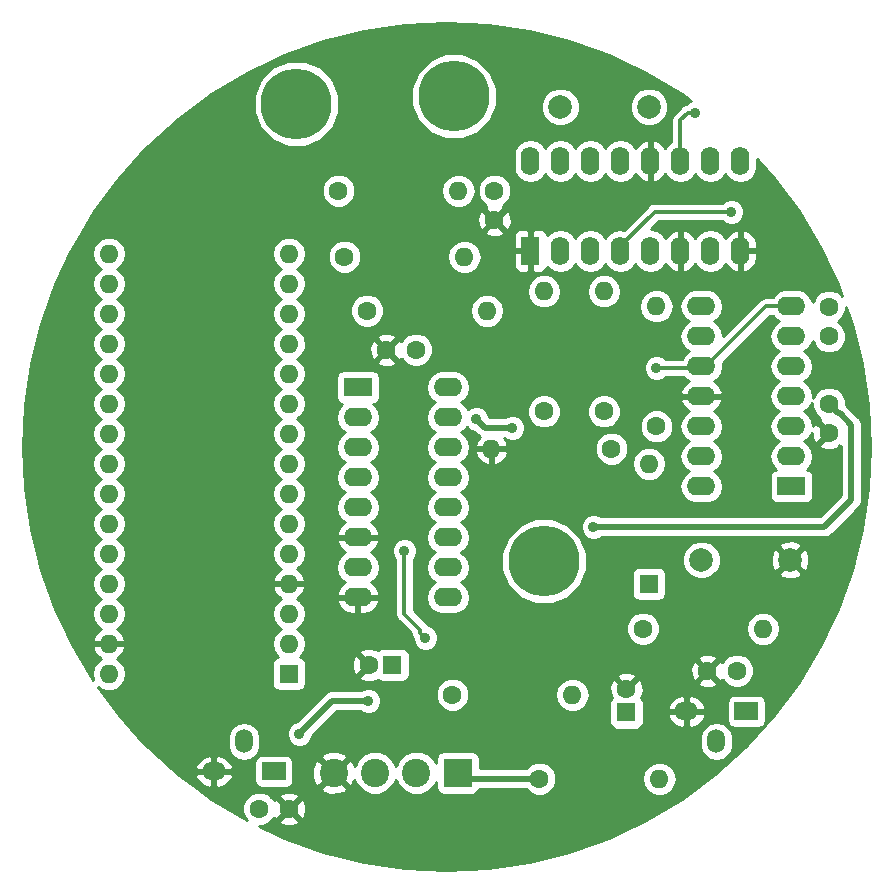
<source format=gbr>
G04 #@! TF.GenerationSoftware,KiCad,Pcbnew,(5.0.0-rc2-dev-179-gab3780148)*
G04 #@! TF.CreationDate,2018-03-20T14:47:54-05:00*
G04 #@! TF.ProjectId,conductivity_sensor,636F6E6475637469766974795F73656E,rev?*
G04 #@! TF.SameCoordinates,Original*
G04 #@! TF.FileFunction,Copper,L1,Top,Signal*
G04 #@! TF.FilePolarity,Positive*
%FSLAX46Y46*%
G04 Gerber Fmt 4.6, Leading zero omitted, Abs format (unit mm)*
G04 Created by KiCad (PCBNEW (5.0.0-rc2-dev-179-gab3780148)) date 03/20/18 14:47:54*
%MOMM*%
%LPD*%
G01*
G04 APERTURE LIST*
%ADD10O,1.500000X2.000000*%
%ADD11R,2.000000X1.500000*%
%ADD12O,2.000000X1.500000*%
%ADD13C,1.600000*%
%ADD14R,1.600000X1.600000*%
%ADD15O,1.600000X1.600000*%
%ADD16R,1.600000X2.400000*%
%ADD17O,1.600000X2.400000*%
%ADD18R,2.400000X1.600000*%
%ADD19O,2.400000X1.600000*%
%ADD20C,6.000000*%
%ADD21R,2.400000X2.400000*%
%ADD22C,2.400000*%
%ADD23C,2.000000*%
%ADD24C,0.889000*%
%ADD25C,0.304800*%
%ADD26C,0.508000*%
%ADD27C,0.254000*%
G04 APERTURE END LIST*
D10*
X109855000Y-136525000D03*
D11*
X112395000Y-139065000D03*
D12*
X107315000Y-139065000D03*
D13*
X113665000Y-142240000D03*
X111165000Y-142240000D03*
D14*
X113665000Y-130810000D03*
D15*
X98425000Y-97790000D03*
X113665000Y-128270000D03*
X98425000Y-100330000D03*
X113665000Y-125730000D03*
X98425000Y-102870000D03*
X113665000Y-123190000D03*
X98425000Y-105410000D03*
X113665000Y-120650000D03*
X98425000Y-107950000D03*
X113665000Y-118110000D03*
X98425000Y-110490000D03*
X113665000Y-115570000D03*
X98425000Y-113030000D03*
X113665000Y-113030000D03*
X98425000Y-115570000D03*
X113665000Y-110490000D03*
X98425000Y-118110000D03*
X113665000Y-107950000D03*
X98425000Y-120650000D03*
X113665000Y-105410000D03*
X98425000Y-123190000D03*
X113665000Y-102870000D03*
X98425000Y-125730000D03*
X113665000Y-100330000D03*
X98425000Y-128270000D03*
X113665000Y-97790000D03*
X98425000Y-130810000D03*
X113665000Y-95250000D03*
X98425000Y-95250000D03*
D16*
X134112000Y-94996000D03*
D17*
X151892000Y-87376000D03*
X136652000Y-94996000D03*
X149352000Y-87376000D03*
X139192000Y-94996000D03*
X146812000Y-87376000D03*
X141732000Y-94996000D03*
X144272000Y-87376000D03*
X144272000Y-94996000D03*
X141732000Y-87376000D03*
X146812000Y-94996000D03*
X139192000Y-87376000D03*
X149352000Y-94996000D03*
X136652000Y-87376000D03*
X151892000Y-94996000D03*
X134112000Y-87376000D03*
D18*
X119507000Y-106553000D03*
D19*
X127127000Y-124333000D03*
X119507000Y-109093000D03*
X127127000Y-121793000D03*
X119507000Y-111633000D03*
X127127000Y-119253000D03*
X119507000Y-114173000D03*
X127127000Y-116713000D03*
X119507000Y-116713000D03*
X127127000Y-114173000D03*
X119507000Y-119253000D03*
X127127000Y-111633000D03*
X119507000Y-121793000D03*
X127127000Y-109093000D03*
X119507000Y-124333000D03*
X127127000Y-106553000D03*
D18*
X156210000Y-114935000D03*
D19*
X148590000Y-99695000D03*
X156210000Y-112395000D03*
X148590000Y-102235000D03*
X156210000Y-109855000D03*
X148590000Y-104775000D03*
X156210000Y-107315000D03*
X148590000Y-107315000D03*
X156210000Y-104775000D03*
X148590000Y-109855000D03*
X156210000Y-102235000D03*
X148590000Y-112395000D03*
X156210000Y-99695000D03*
X148590000Y-114935000D03*
D13*
X135255000Y-108585000D03*
D15*
X135255000Y-98425000D03*
D13*
X140335000Y-108585000D03*
D15*
X140335000Y-98425000D03*
D13*
X118364000Y-95504000D03*
D15*
X128524000Y-95504000D03*
D13*
X120269000Y-100076000D03*
D15*
X130429000Y-100076000D03*
D13*
X127508000Y-132588000D03*
D15*
X137668000Y-132588000D03*
D13*
X143637000Y-127000000D03*
D15*
X153797000Y-127000000D03*
D13*
X140970000Y-111760000D03*
D15*
X130810000Y-111760000D03*
D13*
X144780000Y-109855000D03*
D15*
X144780000Y-99695000D03*
D13*
X117856000Y-89916000D03*
D15*
X128016000Y-89916000D03*
D13*
X134874000Y-139700000D03*
D15*
X145034000Y-139700000D03*
D20*
X127635000Y-81915000D03*
X135255000Y-121285000D03*
X114300000Y-82550000D03*
D21*
X127960000Y-139192000D03*
D22*
X124460000Y-139192000D03*
X120960000Y-139192000D03*
X117460000Y-139192000D03*
D14*
X144145000Y-123190000D03*
D15*
X144145000Y-113030000D03*
D10*
X149860000Y-136525000D03*
D11*
X152400000Y-133985000D03*
D12*
X147320000Y-133985000D03*
D23*
X148590000Y-121158000D03*
X156090000Y-121158000D03*
D13*
X159385000Y-102235000D03*
X159385000Y-99735000D03*
X131064000Y-89916000D03*
X131064000Y-92416000D03*
D23*
X144145000Y-82804000D03*
X136645000Y-82804000D03*
D13*
X124420000Y-103378000D03*
X121920000Y-103378000D03*
X159385000Y-107950000D03*
X159385000Y-110450000D03*
X151598000Y-130556000D03*
X149098000Y-130556000D03*
D14*
X122428000Y-130048000D03*
D13*
X120428000Y-130048000D03*
D14*
X142240000Y-134080000D03*
D13*
X142240000Y-132080000D03*
D24*
X148082000Y-83312000D03*
X139446000Y-118364000D03*
X129540000Y-109220000D03*
X132588000Y-109982000D03*
X120396000Y-133096000D03*
X114554000Y-135890000D03*
X151130000Y-91694000D03*
X144780000Y-104902000D03*
X123444000Y-120396000D03*
X125222000Y-127762000D03*
D25*
X148082000Y-83312000D02*
X147453383Y-83312000D01*
X147453383Y-83312000D02*
X146812000Y-83953383D01*
X146812000Y-83953383D02*
X146812000Y-87376000D01*
D26*
X159004000Y-118364000D02*
X139446000Y-118364000D01*
X161290000Y-116078000D02*
X159004000Y-118364000D01*
X161290000Y-109728000D02*
X161290000Y-116078000D01*
X160311999Y-108749999D02*
X161290000Y-109728000D01*
X159385000Y-107950000D02*
X160184999Y-108749999D01*
X160184999Y-108749999D02*
X160311999Y-108749999D01*
X130302000Y-109982000D02*
X129540000Y-109220000D01*
X132588000Y-109982000D02*
X130302000Y-109982000D01*
X134874000Y-139700000D02*
X128468000Y-139700000D01*
X128468000Y-139700000D02*
X127960000Y-139192000D01*
X117348000Y-133096000D02*
X120396000Y-133096000D01*
X114554000Y-135890000D02*
X117348000Y-133096000D01*
D25*
X151130000Y-91694000D02*
X144634000Y-91694000D01*
X144634000Y-91694000D02*
X141732000Y-94596000D01*
X141732000Y-94596000D02*
X141732000Y-94996000D01*
X144780000Y-104902000D02*
X148463000Y-104902000D01*
X148463000Y-104902000D02*
X148590000Y-104775000D01*
X148990000Y-104775000D02*
X154070000Y-99695000D01*
X148590000Y-104775000D02*
X148990000Y-104775000D01*
X154070000Y-99695000D02*
X156210000Y-99695000D01*
X123444000Y-125730000D02*
X123444000Y-120396000D01*
X124777501Y-127063501D02*
X123444000Y-125730000D01*
X125222000Y-127762000D02*
X124777501Y-127317501D01*
X124777501Y-127317501D02*
X124777501Y-127063501D01*
D27*
G36*
X130516993Y-75864891D02*
X133999277Y-76381439D01*
X137414172Y-77236826D01*
X140728773Y-78422809D01*
X143911179Y-79927975D01*
X146930725Y-81737821D01*
X147694318Y-82304141D01*
X147470512Y-82396844D01*
X147334544Y-82532812D01*
X147146154Y-82570285D01*
X147044743Y-82638046D01*
X146885699Y-82744316D01*
X146841769Y-82810063D01*
X146310065Y-83341767D01*
X146244316Y-83385699D01*
X146070285Y-83646156D01*
X146036911Y-83813939D01*
X146009174Y-83953383D01*
X146024600Y-84030934D01*
X146024601Y-85776265D01*
X145777423Y-85941424D01*
X145539501Y-86297499D01*
X145196896Y-85871500D01*
X144703819Y-85601633D01*
X144621039Y-85584096D01*
X144399000Y-85706085D01*
X144399000Y-87249000D01*
X144419000Y-87249000D01*
X144419000Y-87503000D01*
X144399000Y-87503000D01*
X144399000Y-89045915D01*
X144621039Y-89167904D01*
X144703819Y-89150367D01*
X145196896Y-88880500D01*
X145539501Y-88454501D01*
X145777424Y-88810577D01*
X146252092Y-89127740D01*
X146812000Y-89239113D01*
X147371909Y-89127740D01*
X147846577Y-88810577D01*
X148082000Y-88458241D01*
X148317424Y-88810577D01*
X148792092Y-89127740D01*
X149352000Y-89239113D01*
X149911909Y-89127740D01*
X150386577Y-88810577D01*
X150622000Y-88458241D01*
X150857424Y-88810577D01*
X151332092Y-89127740D01*
X151892000Y-89239113D01*
X152451909Y-89127740D01*
X152926577Y-88810577D01*
X153243740Y-88335909D01*
X153327000Y-87917332D01*
X153327000Y-87258520D01*
X154730922Y-88807510D01*
X156828014Y-91635110D01*
X158637860Y-94654656D01*
X160143026Y-97837062D01*
X160492125Y-98812729D01*
X160197862Y-98518466D01*
X159670439Y-98300000D01*
X159099561Y-98300000D01*
X158572138Y-98518466D01*
X158168466Y-98922138D01*
X158000190Y-99328392D01*
X157961740Y-99135091D01*
X157644577Y-98660423D01*
X157169909Y-98343260D01*
X156751333Y-98260000D01*
X155668667Y-98260000D01*
X155250091Y-98343260D01*
X154775423Y-98660423D01*
X154610265Y-98907600D01*
X154147551Y-98907600D01*
X154070000Y-98892174D01*
X153992449Y-98907600D01*
X153992448Y-98907600D01*
X153762772Y-98953285D01*
X153502316Y-99127316D01*
X153458386Y-99193062D01*
X150447030Y-102204419D01*
X150341740Y-101675091D01*
X150024577Y-101200423D01*
X149672242Y-100965000D01*
X150024577Y-100729577D01*
X150341740Y-100254909D01*
X150453113Y-99695000D01*
X150341740Y-99135091D01*
X150024577Y-98660423D01*
X149549909Y-98343260D01*
X149131333Y-98260000D01*
X148048667Y-98260000D01*
X147630091Y-98343260D01*
X147155423Y-98660423D01*
X146838260Y-99135091D01*
X146726887Y-99695000D01*
X146838260Y-100254909D01*
X147155423Y-100729577D01*
X147507758Y-100965000D01*
X147155423Y-101200423D01*
X146838260Y-101675091D01*
X146726887Y-102235000D01*
X146838260Y-102794909D01*
X147155423Y-103269577D01*
X147507758Y-103505000D01*
X147155423Y-103740423D01*
X146905406Y-104114600D01*
X145519244Y-104114600D01*
X145391488Y-103986844D01*
X144994726Y-103822500D01*
X144565274Y-103822500D01*
X144168512Y-103986844D01*
X143864844Y-104290512D01*
X143700500Y-104687274D01*
X143700500Y-105116726D01*
X143864844Y-105513488D01*
X144168512Y-105817156D01*
X144565274Y-105981500D01*
X144994726Y-105981500D01*
X145391488Y-105817156D01*
X145519244Y-105689400D01*
X147075123Y-105689400D01*
X147155423Y-105809577D01*
X147511499Y-106047499D01*
X147085500Y-106390104D01*
X146815633Y-106883181D01*
X146798096Y-106965961D01*
X146920085Y-107188000D01*
X148463000Y-107188000D01*
X148463000Y-107168000D01*
X148717000Y-107168000D01*
X148717000Y-107188000D01*
X150259915Y-107188000D01*
X150381904Y-106965961D01*
X150364367Y-106883181D01*
X150094500Y-106390104D01*
X149668501Y-106047499D01*
X150024577Y-105809577D01*
X150341740Y-105334909D01*
X150453113Y-104775000D01*
X150395117Y-104483434D01*
X154396152Y-100482400D01*
X154610265Y-100482400D01*
X154775423Y-100729577D01*
X155127758Y-100965000D01*
X154775423Y-101200423D01*
X154458260Y-101675091D01*
X154346887Y-102235000D01*
X154458260Y-102794909D01*
X154775423Y-103269577D01*
X155127758Y-103505000D01*
X154775423Y-103740423D01*
X154458260Y-104215091D01*
X154346887Y-104775000D01*
X154458260Y-105334909D01*
X154775423Y-105809577D01*
X155127758Y-106045000D01*
X154775423Y-106280423D01*
X154458260Y-106755091D01*
X154346887Y-107315000D01*
X154458260Y-107874909D01*
X154775423Y-108349577D01*
X155127758Y-108585000D01*
X154775423Y-108820423D01*
X154458260Y-109295091D01*
X154346887Y-109855000D01*
X154458260Y-110414909D01*
X154775423Y-110889577D01*
X155127758Y-111125000D01*
X154775423Y-111360423D01*
X154458260Y-111835091D01*
X154346887Y-112395000D01*
X154458260Y-112954909D01*
X154775423Y-113429577D01*
X154896106Y-113510215D01*
X154762235Y-113536843D01*
X154552191Y-113677191D01*
X154411843Y-113887235D01*
X154362560Y-114135000D01*
X154362560Y-115735000D01*
X154411843Y-115982765D01*
X154552191Y-116192809D01*
X154762235Y-116333157D01*
X155010000Y-116382440D01*
X157410000Y-116382440D01*
X157657765Y-116333157D01*
X157867809Y-116192809D01*
X158008157Y-115982765D01*
X158057440Y-115735000D01*
X158057440Y-114135000D01*
X158008157Y-113887235D01*
X157867809Y-113677191D01*
X157657765Y-113536843D01*
X157523894Y-113510215D01*
X157644577Y-113429577D01*
X157961740Y-112954909D01*
X158073113Y-112395000D01*
X157961740Y-111835091D01*
X157644577Y-111360423D01*
X157292242Y-111125000D01*
X157644577Y-110889577D01*
X157947699Y-110435923D01*
X157965222Y-110803454D01*
X158131136Y-111204005D01*
X158377255Y-111278139D01*
X159205395Y-110450000D01*
X158377255Y-109621861D01*
X158131136Y-109695995D01*
X158072035Y-109860422D01*
X158073113Y-109855000D01*
X157961740Y-109295091D01*
X157644577Y-108820423D01*
X157292242Y-108585000D01*
X157644577Y-108349577D01*
X157950000Y-107892479D01*
X157950000Y-108235439D01*
X158168466Y-108762862D01*
X158572138Y-109166534D01*
X158637299Y-109193525D01*
X158630995Y-109196136D01*
X158556861Y-109442255D01*
X159385000Y-110270395D01*
X159399142Y-110256252D01*
X159578748Y-110435858D01*
X159564605Y-110450000D01*
X159578748Y-110464142D01*
X159399142Y-110643748D01*
X159385000Y-110629605D01*
X158556861Y-111457745D01*
X158630995Y-111703864D01*
X159168223Y-111896965D01*
X159738454Y-111869778D01*
X160139005Y-111703864D01*
X160213139Y-111457747D01*
X160328014Y-111572622D01*
X160401000Y-111499636D01*
X160401001Y-115709763D01*
X158635765Y-117475000D01*
X140083644Y-117475000D01*
X140057488Y-117448844D01*
X139660726Y-117284500D01*
X139231274Y-117284500D01*
X138834512Y-117448844D01*
X138530844Y-117752512D01*
X138366500Y-118149274D01*
X138366500Y-118578726D01*
X138530844Y-118975488D01*
X138834512Y-119279156D01*
X139231274Y-119443500D01*
X139660726Y-119443500D01*
X140057488Y-119279156D01*
X140083644Y-119253000D01*
X158916445Y-119253000D01*
X159004000Y-119270416D01*
X159091555Y-119253000D01*
X159091556Y-119253000D01*
X159350870Y-119201419D01*
X159644933Y-119004933D01*
X159694531Y-118930704D01*
X161856707Y-116768529D01*
X161930933Y-116718933D01*
X162127419Y-116424870D01*
X162179000Y-116165556D01*
X162179000Y-116165552D01*
X162196415Y-116078001D01*
X162179000Y-115990450D01*
X162179000Y-109815550D01*
X162196415Y-109727999D01*
X162179000Y-109640448D01*
X162179000Y-109640444D01*
X162127419Y-109381130D01*
X161930933Y-109087067D01*
X161856707Y-109037471D01*
X161002530Y-108183295D01*
X160952932Y-108109066D01*
X160820000Y-108020244D01*
X160820000Y-107664561D01*
X160601534Y-107137138D01*
X160197862Y-106733466D01*
X159670439Y-106515000D01*
X159099561Y-106515000D01*
X158572138Y-106733466D01*
X158168466Y-107137138D01*
X158053083Y-107415696D01*
X158073113Y-107315000D01*
X157961740Y-106755091D01*
X157644577Y-106280423D01*
X157292242Y-106045000D01*
X157644577Y-105809577D01*
X157961740Y-105334909D01*
X158073113Y-104775000D01*
X157961740Y-104215091D01*
X157644577Y-103740423D01*
X157292242Y-103505000D01*
X157644577Y-103269577D01*
X157961740Y-102794909D01*
X157994815Y-102628631D01*
X158168466Y-103047862D01*
X158572138Y-103451534D01*
X159099561Y-103670000D01*
X159670439Y-103670000D01*
X160197862Y-103451534D01*
X160601534Y-103047862D01*
X160820000Y-102520439D01*
X160820000Y-101949561D01*
X160601534Y-101422138D01*
X160197862Y-101018466D01*
X160117068Y-100985000D01*
X160197862Y-100951534D01*
X160601534Y-100547862D01*
X160820000Y-100020439D01*
X160820000Y-99729078D01*
X161329009Y-101151663D01*
X162184396Y-104566558D01*
X162700944Y-108048842D01*
X162873682Y-111565000D01*
X162700944Y-115081158D01*
X162184396Y-118563442D01*
X161329009Y-121978337D01*
X160143026Y-125292938D01*
X158637860Y-128475344D01*
X156828014Y-131494890D01*
X154730922Y-134322490D01*
X152366768Y-136930933D01*
X149758325Y-139295087D01*
X146930725Y-141392179D01*
X143911179Y-143202025D01*
X140728773Y-144707191D01*
X137414172Y-145893174D01*
X133999277Y-146748561D01*
X130516993Y-147265109D01*
X127000835Y-147437847D01*
X123484677Y-147265109D01*
X120002393Y-146748561D01*
X116587498Y-145893174D01*
X113272897Y-144707191D01*
X111090513Y-143675000D01*
X111450439Y-143675000D01*
X111977862Y-143456534D01*
X112186651Y-143247745D01*
X112836861Y-143247745D01*
X112910995Y-143493864D01*
X113448223Y-143686965D01*
X114018454Y-143659778D01*
X114419005Y-143493864D01*
X114493139Y-143247745D01*
X113665000Y-142419605D01*
X112836861Y-143247745D01*
X112186651Y-143247745D01*
X112381534Y-143052862D01*
X112408525Y-142987701D01*
X112411136Y-142994005D01*
X112657255Y-143068139D01*
X113485395Y-142240000D01*
X113844605Y-142240000D01*
X114672745Y-143068139D01*
X114918864Y-142994005D01*
X115111965Y-142456777D01*
X115084778Y-141886546D01*
X114918864Y-141485995D01*
X114672745Y-141411861D01*
X113844605Y-142240000D01*
X113485395Y-142240000D01*
X112657255Y-141411861D01*
X112411136Y-141485995D01*
X112408710Y-141492746D01*
X112381534Y-141427138D01*
X112186651Y-141232255D01*
X112836861Y-141232255D01*
X113665000Y-142060395D01*
X114493139Y-141232255D01*
X114419005Y-140986136D01*
X113881777Y-140793035D01*
X113311546Y-140820222D01*
X112910995Y-140986136D01*
X112836861Y-141232255D01*
X112186651Y-141232255D01*
X111977862Y-141023466D01*
X111450439Y-140805000D01*
X110879561Y-140805000D01*
X110352138Y-141023466D01*
X109948466Y-141427138D01*
X109730000Y-141954561D01*
X109730000Y-142525439D01*
X109948466Y-143052862D01*
X110104035Y-143208431D01*
X110090491Y-143202025D01*
X107070945Y-141392179D01*
X105853386Y-140489175D01*
X116342430Y-140489175D01*
X116465565Y-140776788D01*
X117147734Y-141036707D01*
X117877443Y-141015786D01*
X118454435Y-140776788D01*
X118577570Y-140489175D01*
X117460000Y-139371605D01*
X116342430Y-140489175D01*
X105853386Y-140489175D01*
X104393144Y-139406185D01*
X105722682Y-139406185D01*
X105741519Y-139509235D01*
X106012264Y-139981894D01*
X106443279Y-140314964D01*
X106968945Y-140457739D01*
X107188000Y-140296868D01*
X107188000Y-139192000D01*
X107442000Y-139192000D01*
X107442000Y-140296868D01*
X107661055Y-140457739D01*
X108186721Y-140314964D01*
X108617736Y-139981894D01*
X108888481Y-139509235D01*
X108907318Y-139406185D01*
X108784656Y-139192000D01*
X107442000Y-139192000D01*
X107188000Y-139192000D01*
X105845344Y-139192000D01*
X105722682Y-139406185D01*
X104393144Y-139406185D01*
X104243345Y-139295087D01*
X103613044Y-138723815D01*
X105722682Y-138723815D01*
X105845344Y-138938000D01*
X107188000Y-138938000D01*
X107188000Y-137833132D01*
X107442000Y-137833132D01*
X107442000Y-138938000D01*
X108784656Y-138938000D01*
X108907318Y-138723815D01*
X108888481Y-138620765D01*
X108713335Y-138315000D01*
X110747560Y-138315000D01*
X110747560Y-139815000D01*
X110796843Y-140062765D01*
X110937191Y-140272809D01*
X111147235Y-140413157D01*
X111395000Y-140462440D01*
X113395000Y-140462440D01*
X113642765Y-140413157D01*
X113852809Y-140272809D01*
X113993157Y-140062765D01*
X114042440Y-139815000D01*
X114042440Y-138879734D01*
X115615293Y-138879734D01*
X115636214Y-139609443D01*
X115875212Y-140186435D01*
X116162825Y-140309570D01*
X117280395Y-139192000D01*
X117639605Y-139192000D01*
X118757175Y-140309570D01*
X119044788Y-140186435D01*
X119208138Y-139757716D01*
X119404362Y-140231444D01*
X119920556Y-140747638D01*
X120594996Y-141027000D01*
X121325004Y-141027000D01*
X121999444Y-140747638D01*
X122515638Y-140231444D01*
X122710000Y-139762212D01*
X122904362Y-140231444D01*
X123420556Y-140747638D01*
X124094996Y-141027000D01*
X124825004Y-141027000D01*
X125499444Y-140747638D01*
X126015638Y-140231444D01*
X126112560Y-139997453D01*
X126112560Y-140392000D01*
X126161843Y-140639765D01*
X126302191Y-140849809D01*
X126512235Y-140990157D01*
X126760000Y-141039440D01*
X129160000Y-141039440D01*
X129407765Y-140990157D01*
X129617809Y-140849809D01*
X129758157Y-140639765D01*
X129768255Y-140589000D01*
X133733604Y-140589000D01*
X134061138Y-140916534D01*
X134588561Y-141135000D01*
X135159439Y-141135000D01*
X135686862Y-140916534D01*
X136090534Y-140512862D01*
X136309000Y-139985439D01*
X136309000Y-139700000D01*
X143570887Y-139700000D01*
X143682260Y-140259909D01*
X143999423Y-140734577D01*
X144474091Y-141051740D01*
X144892667Y-141135000D01*
X145175333Y-141135000D01*
X145593909Y-141051740D01*
X146068577Y-140734577D01*
X146385740Y-140259909D01*
X146497113Y-139700000D01*
X146385740Y-139140091D01*
X146068577Y-138665423D01*
X145593909Y-138348260D01*
X145175333Y-138265000D01*
X144892667Y-138265000D01*
X144474091Y-138348260D01*
X143999423Y-138665423D01*
X143682260Y-139140091D01*
X143570887Y-139700000D01*
X136309000Y-139700000D01*
X136309000Y-139414561D01*
X136090534Y-138887138D01*
X135686862Y-138483466D01*
X135159439Y-138265000D01*
X134588561Y-138265000D01*
X134061138Y-138483466D01*
X133733604Y-138811000D01*
X129807440Y-138811000D01*
X129807440Y-137992000D01*
X129758157Y-137744235D01*
X129617809Y-137534191D01*
X129407765Y-137393843D01*
X129160000Y-137344560D01*
X126760000Y-137344560D01*
X126512235Y-137393843D01*
X126302191Y-137534191D01*
X126161843Y-137744235D01*
X126112560Y-137992000D01*
X126112560Y-138386547D01*
X126015638Y-138152556D01*
X125499444Y-137636362D01*
X124825004Y-137357000D01*
X124094996Y-137357000D01*
X123420556Y-137636362D01*
X122904362Y-138152556D01*
X122710000Y-138621788D01*
X122515638Y-138152556D01*
X121999444Y-137636362D01*
X121325004Y-137357000D01*
X120594996Y-137357000D01*
X119920556Y-137636362D01*
X119404362Y-138152556D01*
X119215253Y-138609105D01*
X119044788Y-138197565D01*
X118757175Y-138074430D01*
X117639605Y-139192000D01*
X117280395Y-139192000D01*
X116162825Y-138074430D01*
X115875212Y-138197565D01*
X115615293Y-138879734D01*
X114042440Y-138879734D01*
X114042440Y-138315000D01*
X113993157Y-138067235D01*
X113877956Y-137894825D01*
X116342430Y-137894825D01*
X117460000Y-139012395D01*
X118577570Y-137894825D01*
X118454435Y-137607212D01*
X117772266Y-137347293D01*
X117042557Y-137368214D01*
X116465565Y-137607212D01*
X116342430Y-137894825D01*
X113877956Y-137894825D01*
X113852809Y-137857191D01*
X113642765Y-137716843D01*
X113395000Y-137667560D01*
X111395000Y-137667560D01*
X111147235Y-137716843D01*
X110937191Y-137857191D01*
X110796843Y-138067235D01*
X110747560Y-138315000D01*
X108713335Y-138315000D01*
X108617736Y-138148106D01*
X108186721Y-137815036D01*
X107661055Y-137672261D01*
X107442000Y-137833132D01*
X107188000Y-137833132D01*
X106968945Y-137672261D01*
X106443279Y-137815036D01*
X106012264Y-138148106D01*
X105741519Y-138620765D01*
X105722682Y-138723815D01*
X103613044Y-138723815D01*
X101634902Y-136930933D01*
X100916769Y-136138594D01*
X108470000Y-136138594D01*
X108470000Y-136911407D01*
X108550359Y-137315400D01*
X108856472Y-137773529D01*
X109314601Y-138079641D01*
X109855000Y-138187133D01*
X110395400Y-138079641D01*
X110853529Y-137773529D01*
X111159641Y-137315399D01*
X111240000Y-136911406D01*
X111240000Y-136138593D01*
X111159641Y-135734600D01*
X111120001Y-135675274D01*
X113474500Y-135675274D01*
X113474500Y-136104726D01*
X113638844Y-136501488D01*
X113942512Y-136805156D01*
X114339274Y-136969500D01*
X114768726Y-136969500D01*
X115165488Y-136805156D01*
X115469156Y-136501488D01*
X115619471Y-136138593D01*
X148475000Y-136138593D01*
X148475000Y-136911406D01*
X148555359Y-137315399D01*
X148861471Y-137773528D01*
X149319600Y-138079641D01*
X149860000Y-138187133D01*
X150400399Y-138079641D01*
X150858528Y-137773529D01*
X151164641Y-137315400D01*
X151245000Y-136911407D01*
X151245000Y-136138594D01*
X151164641Y-135734601D01*
X150858529Y-135276471D01*
X150400400Y-134970359D01*
X149860000Y-134862867D01*
X149319601Y-134970359D01*
X148861472Y-135276471D01*
X148555359Y-135734600D01*
X148475000Y-136138593D01*
X115619471Y-136138593D01*
X115633500Y-136104726D01*
X115633500Y-136067735D01*
X117716236Y-133985000D01*
X119758356Y-133985000D01*
X119784512Y-134011156D01*
X120181274Y-134175500D01*
X120610726Y-134175500D01*
X121007488Y-134011156D01*
X121311156Y-133707488D01*
X121475500Y-133310726D01*
X121475500Y-132881274D01*
X121311156Y-132484512D01*
X121129205Y-132302561D01*
X126073000Y-132302561D01*
X126073000Y-132873439D01*
X126291466Y-133400862D01*
X126695138Y-133804534D01*
X127222561Y-134023000D01*
X127793439Y-134023000D01*
X128320862Y-133804534D01*
X128724534Y-133400862D01*
X128943000Y-132873439D01*
X128943000Y-132588000D01*
X136204887Y-132588000D01*
X136316260Y-133147909D01*
X136633423Y-133622577D01*
X137108091Y-133939740D01*
X137526667Y-134023000D01*
X137809333Y-134023000D01*
X138227909Y-133939740D01*
X138702577Y-133622577D01*
X138931479Y-133280000D01*
X140792560Y-133280000D01*
X140792560Y-134880000D01*
X140841843Y-135127765D01*
X140982191Y-135337809D01*
X141192235Y-135478157D01*
X141440000Y-135527440D01*
X143040000Y-135527440D01*
X143287765Y-135478157D01*
X143497809Y-135337809D01*
X143638157Y-135127765D01*
X143687440Y-134880000D01*
X143687440Y-134326185D01*
X145727682Y-134326185D01*
X145746519Y-134429235D01*
X146017264Y-134901894D01*
X146448279Y-135234964D01*
X146973945Y-135377739D01*
X147193000Y-135216868D01*
X147193000Y-134112000D01*
X147447000Y-134112000D01*
X147447000Y-135216868D01*
X147666055Y-135377739D01*
X148191721Y-135234964D01*
X148622736Y-134901894D01*
X148893481Y-134429235D01*
X148912318Y-134326185D01*
X148789656Y-134112000D01*
X147447000Y-134112000D01*
X147193000Y-134112000D01*
X145850344Y-134112000D01*
X145727682Y-134326185D01*
X143687440Y-134326185D01*
X143687440Y-133643815D01*
X145727682Y-133643815D01*
X145850344Y-133858000D01*
X147193000Y-133858000D01*
X147193000Y-132753132D01*
X147447000Y-132753132D01*
X147447000Y-133858000D01*
X148789656Y-133858000D01*
X148912318Y-133643815D01*
X148893481Y-133540765D01*
X148718335Y-133235000D01*
X150752560Y-133235000D01*
X150752560Y-134735000D01*
X150801843Y-134982765D01*
X150942191Y-135192809D01*
X151152235Y-135333157D01*
X151400000Y-135382440D01*
X153400000Y-135382440D01*
X153647765Y-135333157D01*
X153857809Y-135192809D01*
X153998157Y-134982765D01*
X154047440Y-134735000D01*
X154047440Y-133235000D01*
X153998157Y-132987235D01*
X153857809Y-132777191D01*
X153647765Y-132636843D01*
X153400000Y-132587560D01*
X151400000Y-132587560D01*
X151152235Y-132636843D01*
X150942191Y-132777191D01*
X150801843Y-132987235D01*
X150752560Y-133235000D01*
X148718335Y-133235000D01*
X148622736Y-133068106D01*
X148191721Y-132735036D01*
X147666055Y-132592261D01*
X147447000Y-132753132D01*
X147193000Y-132753132D01*
X146973945Y-132592261D01*
X146448279Y-132735036D01*
X146017264Y-133068106D01*
X145746519Y-133540765D01*
X145727682Y-133643815D01*
X143687440Y-133643815D01*
X143687440Y-133280000D01*
X143638157Y-133032235D01*
X143498005Y-132822484D01*
X143686965Y-132296777D01*
X143659778Y-131726546D01*
X143592344Y-131563745D01*
X148269861Y-131563745D01*
X148343995Y-131809864D01*
X148881223Y-132002965D01*
X149451454Y-131975778D01*
X149852005Y-131809864D01*
X149926139Y-131563745D01*
X149098000Y-130735605D01*
X148269861Y-131563745D01*
X143592344Y-131563745D01*
X143493864Y-131325995D01*
X143247745Y-131251861D01*
X142419605Y-132080000D01*
X142433748Y-132094142D01*
X142254143Y-132273748D01*
X142240000Y-132259605D01*
X142225858Y-132273748D01*
X142046252Y-132094142D01*
X142060395Y-132080000D01*
X141232255Y-131251861D01*
X140986136Y-131325995D01*
X140793035Y-131863223D01*
X140820222Y-132433454D01*
X140981605Y-132823067D01*
X140841843Y-133032235D01*
X140792560Y-133280000D01*
X138931479Y-133280000D01*
X139019740Y-133147909D01*
X139131113Y-132588000D01*
X139019740Y-132028091D01*
X138702577Y-131553423D01*
X138227909Y-131236260D01*
X137809333Y-131153000D01*
X137526667Y-131153000D01*
X137108091Y-131236260D01*
X136633423Y-131553423D01*
X136316260Y-132028091D01*
X136204887Y-132588000D01*
X128943000Y-132588000D01*
X128943000Y-132302561D01*
X128724534Y-131775138D01*
X128320862Y-131371466D01*
X127793439Y-131153000D01*
X127222561Y-131153000D01*
X126695138Y-131371466D01*
X126291466Y-131775138D01*
X126073000Y-132302561D01*
X121129205Y-132302561D01*
X121007488Y-132180844D01*
X120610726Y-132016500D01*
X120181274Y-132016500D01*
X119784512Y-132180844D01*
X119758356Y-132207000D01*
X117435555Y-132207000D01*
X117348000Y-132189584D01*
X117260445Y-132207000D01*
X117260444Y-132207000D01*
X117001130Y-132258581D01*
X116707067Y-132455067D01*
X116657471Y-132529293D01*
X114376265Y-134810500D01*
X114339274Y-134810500D01*
X113942512Y-134974844D01*
X113638844Y-135278512D01*
X113474500Y-135675274D01*
X111120001Y-135675274D01*
X110853528Y-135276471D01*
X110395399Y-134970359D01*
X109855000Y-134862867D01*
X109314600Y-134970359D01*
X108856471Y-135276472D01*
X108550359Y-135734601D01*
X108470000Y-136138594D01*
X100916769Y-136138594D01*
X99270748Y-134322490D01*
X97474830Y-131900976D01*
X97865091Y-132161740D01*
X98283667Y-132245000D01*
X98566333Y-132245000D01*
X98984909Y-132161740D01*
X99459577Y-131844577D01*
X99776740Y-131369909D01*
X99888113Y-130810000D01*
X99776740Y-130250091D01*
X99459577Y-129775423D01*
X99075892Y-129519053D01*
X99280134Y-129422389D01*
X99656041Y-129007423D01*
X99816904Y-128619039D01*
X99694915Y-128397000D01*
X98552000Y-128397000D01*
X98552000Y-128417000D01*
X98298000Y-128417000D01*
X98298000Y-128397000D01*
X97155085Y-128397000D01*
X97033096Y-128619039D01*
X97193959Y-129007423D01*
X97569866Y-129422389D01*
X97774108Y-129519053D01*
X97390423Y-129775423D01*
X97073260Y-130250091D01*
X96961887Y-130810000D01*
X97060601Y-131306270D01*
X95363810Y-128475344D01*
X93858644Y-125292938D01*
X92672661Y-121978337D01*
X91817274Y-118563442D01*
X91300726Y-115081158D01*
X91127988Y-111565000D01*
X91300726Y-108048842D01*
X91817274Y-104566558D01*
X92672661Y-101151663D01*
X93858644Y-97837062D01*
X95082233Y-95250000D01*
X96961887Y-95250000D01*
X97073260Y-95809909D01*
X97390423Y-96284577D01*
X97742758Y-96520000D01*
X97390423Y-96755423D01*
X97073260Y-97230091D01*
X96961887Y-97790000D01*
X97073260Y-98349909D01*
X97390423Y-98824577D01*
X97742758Y-99060000D01*
X97390423Y-99295423D01*
X97073260Y-99770091D01*
X96961887Y-100330000D01*
X97073260Y-100889909D01*
X97390423Y-101364577D01*
X97742758Y-101600000D01*
X97390423Y-101835423D01*
X97073260Y-102310091D01*
X96961887Y-102870000D01*
X97073260Y-103429909D01*
X97390423Y-103904577D01*
X97742758Y-104140000D01*
X97390423Y-104375423D01*
X97073260Y-104850091D01*
X96961887Y-105410000D01*
X97073260Y-105969909D01*
X97390423Y-106444577D01*
X97742758Y-106680000D01*
X97390423Y-106915423D01*
X97073260Y-107390091D01*
X96961887Y-107950000D01*
X97073260Y-108509909D01*
X97390423Y-108984577D01*
X97742758Y-109220000D01*
X97390423Y-109455423D01*
X97073260Y-109930091D01*
X96961887Y-110490000D01*
X97073260Y-111049909D01*
X97390423Y-111524577D01*
X97742758Y-111760000D01*
X97390423Y-111995423D01*
X97073260Y-112470091D01*
X96961887Y-113030000D01*
X97073260Y-113589909D01*
X97390423Y-114064577D01*
X97742758Y-114300000D01*
X97390423Y-114535423D01*
X97073260Y-115010091D01*
X96961887Y-115570000D01*
X97073260Y-116129909D01*
X97390423Y-116604577D01*
X97742758Y-116840000D01*
X97390423Y-117075423D01*
X97073260Y-117550091D01*
X96961887Y-118110000D01*
X97073260Y-118669909D01*
X97390423Y-119144577D01*
X97742758Y-119380000D01*
X97390423Y-119615423D01*
X97073260Y-120090091D01*
X96961887Y-120650000D01*
X97073260Y-121209909D01*
X97390423Y-121684577D01*
X97742758Y-121920000D01*
X97390423Y-122155423D01*
X97073260Y-122630091D01*
X96961887Y-123190000D01*
X97073260Y-123749909D01*
X97390423Y-124224577D01*
X97742758Y-124460000D01*
X97390423Y-124695423D01*
X97073260Y-125170091D01*
X96961887Y-125730000D01*
X97073260Y-126289909D01*
X97390423Y-126764577D01*
X97774108Y-127020947D01*
X97569866Y-127117611D01*
X97193959Y-127532577D01*
X97033096Y-127920961D01*
X97155085Y-128143000D01*
X98298000Y-128143000D01*
X98298000Y-128123000D01*
X98552000Y-128123000D01*
X98552000Y-128143000D01*
X99694915Y-128143000D01*
X99816904Y-127920961D01*
X99656041Y-127532577D01*
X99280134Y-127117611D01*
X99075892Y-127020947D01*
X99459577Y-126764577D01*
X99776740Y-126289909D01*
X99888113Y-125730000D01*
X112201887Y-125730000D01*
X112313260Y-126289909D01*
X112630423Y-126764577D01*
X112982758Y-127000000D01*
X112630423Y-127235423D01*
X112313260Y-127710091D01*
X112201887Y-128270000D01*
X112313260Y-128829909D01*
X112630423Y-129304577D01*
X112751106Y-129385215D01*
X112617235Y-129411843D01*
X112407191Y-129552191D01*
X112266843Y-129762235D01*
X112217560Y-130010000D01*
X112217560Y-131610000D01*
X112266843Y-131857765D01*
X112407191Y-132067809D01*
X112617235Y-132208157D01*
X112865000Y-132257440D01*
X114465000Y-132257440D01*
X114712765Y-132208157D01*
X114922809Y-132067809D01*
X115063157Y-131857765D01*
X115112440Y-131610000D01*
X115112440Y-130010000D01*
X115076880Y-129831223D01*
X118981035Y-129831223D01*
X119008222Y-130401454D01*
X119174136Y-130802005D01*
X119420255Y-130876139D01*
X120248395Y-130048000D01*
X119420255Y-129219861D01*
X119174136Y-129293995D01*
X118981035Y-129831223D01*
X115076880Y-129831223D01*
X115063157Y-129762235D01*
X114922809Y-129552191D01*
X114712765Y-129411843D01*
X114578894Y-129385215D01*
X114699577Y-129304577D01*
X114876191Y-129040255D01*
X119599861Y-129040255D01*
X120428000Y-129868395D01*
X120442142Y-129854252D01*
X120621748Y-130033858D01*
X120607605Y-130048000D01*
X120621748Y-130062143D01*
X120442142Y-130241748D01*
X120428000Y-130227605D01*
X119599861Y-131055745D01*
X119673995Y-131301864D01*
X120211223Y-131494965D01*
X120781454Y-131467778D01*
X121171067Y-131306395D01*
X121380235Y-131446157D01*
X121628000Y-131495440D01*
X123228000Y-131495440D01*
X123475765Y-131446157D01*
X123685809Y-131305809D01*
X123826157Y-131095765D01*
X123830833Y-131072255D01*
X141411861Y-131072255D01*
X142240000Y-131900395D01*
X143068139Y-131072255D01*
X142994005Y-130826136D01*
X142456777Y-130633035D01*
X141886546Y-130660222D01*
X141485995Y-130826136D01*
X141411861Y-131072255D01*
X123830833Y-131072255D01*
X123875440Y-130848000D01*
X123875440Y-130339223D01*
X147651035Y-130339223D01*
X147678222Y-130909454D01*
X147844136Y-131310005D01*
X148090255Y-131384139D01*
X148918395Y-130556000D01*
X149277605Y-130556000D01*
X150105745Y-131384139D01*
X150351864Y-131310005D01*
X150354290Y-131303254D01*
X150381466Y-131368862D01*
X150785138Y-131772534D01*
X151312561Y-131991000D01*
X151883439Y-131991000D01*
X152410862Y-131772534D01*
X152814534Y-131368862D01*
X153033000Y-130841439D01*
X153033000Y-130270561D01*
X152814534Y-129743138D01*
X152410862Y-129339466D01*
X151883439Y-129121000D01*
X151312561Y-129121000D01*
X150785138Y-129339466D01*
X150381466Y-129743138D01*
X150354475Y-129808299D01*
X150351864Y-129801995D01*
X150105745Y-129727861D01*
X149277605Y-130556000D01*
X148918395Y-130556000D01*
X148090255Y-129727861D01*
X147844136Y-129801995D01*
X147651035Y-130339223D01*
X123875440Y-130339223D01*
X123875440Y-129548255D01*
X148269861Y-129548255D01*
X149098000Y-130376395D01*
X149926139Y-129548255D01*
X149852005Y-129302136D01*
X149314777Y-129109035D01*
X148744546Y-129136222D01*
X148343995Y-129302136D01*
X148269861Y-129548255D01*
X123875440Y-129548255D01*
X123875440Y-129248000D01*
X123826157Y-129000235D01*
X123685809Y-128790191D01*
X123475765Y-128649843D01*
X123228000Y-128600560D01*
X121628000Y-128600560D01*
X121380235Y-128649843D01*
X121170484Y-128789995D01*
X120644777Y-128601035D01*
X120074546Y-128628222D01*
X119673995Y-128794136D01*
X119599861Y-129040255D01*
X114876191Y-129040255D01*
X115016740Y-128829909D01*
X115128113Y-128270000D01*
X115016740Y-127710091D01*
X114699577Y-127235423D01*
X114347242Y-127000000D01*
X114699577Y-126764577D01*
X115016740Y-126289909D01*
X115128113Y-125730000D01*
X115016740Y-125170091D01*
X114699577Y-124695423D01*
X114679547Y-124682039D01*
X117715096Y-124682039D01*
X117732633Y-124764819D01*
X118002500Y-125257896D01*
X118440517Y-125610166D01*
X118980000Y-125768000D01*
X119380000Y-125768000D01*
X119380000Y-124460000D01*
X119634000Y-124460000D01*
X119634000Y-125768000D01*
X120034000Y-125768000D01*
X120573483Y-125610166D01*
X121011500Y-125257896D01*
X121281367Y-124764819D01*
X121298904Y-124682039D01*
X121176915Y-124460000D01*
X119634000Y-124460000D01*
X119380000Y-124460000D01*
X117837085Y-124460000D01*
X117715096Y-124682039D01*
X114679547Y-124682039D01*
X114315892Y-124439053D01*
X114520134Y-124342389D01*
X114896041Y-123927423D01*
X115056904Y-123539039D01*
X114934915Y-123317000D01*
X113792000Y-123317000D01*
X113792000Y-123337000D01*
X113538000Y-123337000D01*
X113538000Y-123317000D01*
X112395085Y-123317000D01*
X112273096Y-123539039D01*
X112433959Y-123927423D01*
X112809866Y-124342389D01*
X113014108Y-124439053D01*
X112630423Y-124695423D01*
X112313260Y-125170091D01*
X112201887Y-125730000D01*
X99888113Y-125730000D01*
X99776740Y-125170091D01*
X99459577Y-124695423D01*
X99107242Y-124460000D01*
X99459577Y-124224577D01*
X99776740Y-123749909D01*
X99888113Y-123190000D01*
X99776740Y-122630091D01*
X99459577Y-122155423D01*
X99107242Y-121920000D01*
X99459577Y-121684577D01*
X99776740Y-121209909D01*
X99888113Y-120650000D01*
X99776740Y-120090091D01*
X99459577Y-119615423D01*
X99107242Y-119380000D01*
X99459577Y-119144577D01*
X99776740Y-118669909D01*
X99888113Y-118110000D01*
X99776740Y-117550091D01*
X99459577Y-117075423D01*
X99107242Y-116840000D01*
X99459577Y-116604577D01*
X99776740Y-116129909D01*
X99888113Y-115570000D01*
X99776740Y-115010091D01*
X99459577Y-114535423D01*
X99107242Y-114300000D01*
X99459577Y-114064577D01*
X99776740Y-113589909D01*
X99888113Y-113030000D01*
X99776740Y-112470091D01*
X99459577Y-111995423D01*
X99107242Y-111760000D01*
X99459577Y-111524577D01*
X99776740Y-111049909D01*
X99888113Y-110490000D01*
X99776740Y-109930091D01*
X99459577Y-109455423D01*
X99107242Y-109220000D01*
X99459577Y-108984577D01*
X99776740Y-108509909D01*
X99888113Y-107950000D01*
X99776740Y-107390091D01*
X99459577Y-106915423D01*
X99107242Y-106680000D01*
X99459577Y-106444577D01*
X99776740Y-105969909D01*
X99888113Y-105410000D01*
X99776740Y-104850091D01*
X99459577Y-104375423D01*
X99107242Y-104140000D01*
X99459577Y-103904577D01*
X99776740Y-103429909D01*
X99888113Y-102870000D01*
X99776740Y-102310091D01*
X99459577Y-101835423D01*
X99107242Y-101600000D01*
X99459577Y-101364577D01*
X99776740Y-100889909D01*
X99888113Y-100330000D01*
X99776740Y-99770091D01*
X99459577Y-99295423D01*
X99107242Y-99060000D01*
X99459577Y-98824577D01*
X99776740Y-98349909D01*
X99888113Y-97790000D01*
X99776740Y-97230091D01*
X99459577Y-96755423D01*
X99107242Y-96520000D01*
X99459577Y-96284577D01*
X99776740Y-95809909D01*
X99888113Y-95250000D01*
X112201887Y-95250000D01*
X112313260Y-95809909D01*
X112630423Y-96284577D01*
X112982758Y-96520000D01*
X112630423Y-96755423D01*
X112313260Y-97230091D01*
X112201887Y-97790000D01*
X112313260Y-98349909D01*
X112630423Y-98824577D01*
X112982758Y-99060000D01*
X112630423Y-99295423D01*
X112313260Y-99770091D01*
X112201887Y-100330000D01*
X112313260Y-100889909D01*
X112630423Y-101364577D01*
X112982758Y-101600000D01*
X112630423Y-101835423D01*
X112313260Y-102310091D01*
X112201887Y-102870000D01*
X112313260Y-103429909D01*
X112630423Y-103904577D01*
X112982758Y-104140000D01*
X112630423Y-104375423D01*
X112313260Y-104850091D01*
X112201887Y-105410000D01*
X112313260Y-105969909D01*
X112630423Y-106444577D01*
X112982758Y-106680000D01*
X112630423Y-106915423D01*
X112313260Y-107390091D01*
X112201887Y-107950000D01*
X112313260Y-108509909D01*
X112630423Y-108984577D01*
X112982758Y-109220000D01*
X112630423Y-109455423D01*
X112313260Y-109930091D01*
X112201887Y-110490000D01*
X112313260Y-111049909D01*
X112630423Y-111524577D01*
X112982758Y-111760000D01*
X112630423Y-111995423D01*
X112313260Y-112470091D01*
X112201887Y-113030000D01*
X112313260Y-113589909D01*
X112630423Y-114064577D01*
X112982758Y-114300000D01*
X112630423Y-114535423D01*
X112313260Y-115010091D01*
X112201887Y-115570000D01*
X112313260Y-116129909D01*
X112630423Y-116604577D01*
X112982758Y-116840000D01*
X112630423Y-117075423D01*
X112313260Y-117550091D01*
X112201887Y-118110000D01*
X112313260Y-118669909D01*
X112630423Y-119144577D01*
X112982758Y-119380000D01*
X112630423Y-119615423D01*
X112313260Y-120090091D01*
X112201887Y-120650000D01*
X112313260Y-121209909D01*
X112630423Y-121684577D01*
X113014108Y-121940947D01*
X112809866Y-122037611D01*
X112433959Y-122452577D01*
X112273096Y-122840961D01*
X112395085Y-123063000D01*
X113538000Y-123063000D01*
X113538000Y-123043000D01*
X113792000Y-123043000D01*
X113792000Y-123063000D01*
X114934915Y-123063000D01*
X115056904Y-122840961D01*
X114896041Y-122452577D01*
X114520134Y-122037611D01*
X114315892Y-121940947D01*
X114537310Y-121793000D01*
X117643887Y-121793000D01*
X117755260Y-122352909D01*
X118072423Y-122827577D01*
X118428499Y-123065499D01*
X118002500Y-123408104D01*
X117732633Y-123901181D01*
X117715096Y-123983961D01*
X117837085Y-124206000D01*
X119380000Y-124206000D01*
X119380000Y-124186000D01*
X119634000Y-124186000D01*
X119634000Y-124206000D01*
X121176915Y-124206000D01*
X121298904Y-123983961D01*
X121281367Y-123901181D01*
X121011500Y-123408104D01*
X120585501Y-123065499D01*
X120941577Y-122827577D01*
X121258740Y-122352909D01*
X121370113Y-121793000D01*
X121258740Y-121233091D01*
X120941577Y-120758423D01*
X120585501Y-120520501D01*
X121007299Y-120181274D01*
X122364500Y-120181274D01*
X122364500Y-120610726D01*
X122528844Y-121007488D01*
X122656601Y-121135245D01*
X122656600Y-125652449D01*
X122641174Y-125730000D01*
X122656600Y-125807551D01*
X122702285Y-126037227D01*
X122876316Y-126297684D01*
X122942065Y-126341616D01*
X123988760Y-127388312D01*
X123990101Y-127395052D01*
X124035786Y-127624728D01*
X124142500Y-127784438D01*
X124142500Y-127976726D01*
X124306844Y-128373488D01*
X124610512Y-128677156D01*
X125007274Y-128841500D01*
X125436726Y-128841500D01*
X125833488Y-128677156D01*
X126137156Y-128373488D01*
X126301500Y-127976726D01*
X126301500Y-127547274D01*
X126137156Y-127150512D01*
X125833488Y-126846844D01*
X125514130Y-126714561D01*
X142202000Y-126714561D01*
X142202000Y-127285439D01*
X142420466Y-127812862D01*
X142824138Y-128216534D01*
X143351561Y-128435000D01*
X143922439Y-128435000D01*
X144449862Y-128216534D01*
X144853534Y-127812862D01*
X145072000Y-127285439D01*
X145072000Y-127000000D01*
X152333887Y-127000000D01*
X152445260Y-127559909D01*
X152762423Y-128034577D01*
X153237091Y-128351740D01*
X153655667Y-128435000D01*
X153938333Y-128435000D01*
X154356909Y-128351740D01*
X154831577Y-128034577D01*
X155148740Y-127559909D01*
X155260113Y-127000000D01*
X155148740Y-126440091D01*
X154831577Y-125965423D01*
X154356909Y-125648260D01*
X153938333Y-125565000D01*
X153655667Y-125565000D01*
X153237091Y-125648260D01*
X152762423Y-125965423D01*
X152445260Y-126440091D01*
X152333887Y-127000000D01*
X145072000Y-127000000D01*
X145072000Y-126714561D01*
X144853534Y-126187138D01*
X144449862Y-125783466D01*
X143922439Y-125565000D01*
X143351561Y-125565000D01*
X142824138Y-125783466D01*
X142420466Y-126187138D01*
X142202000Y-126714561D01*
X125514130Y-126714561D01*
X125482626Y-126701512D01*
X125345185Y-126495817D01*
X125279439Y-126451887D01*
X124231400Y-125403849D01*
X124231400Y-121135244D01*
X124359156Y-121007488D01*
X124523500Y-120610726D01*
X124523500Y-120181274D01*
X124359156Y-119784512D01*
X124055488Y-119480844D01*
X123658726Y-119316500D01*
X123229274Y-119316500D01*
X122832512Y-119480844D01*
X122528844Y-119784512D01*
X122364500Y-120181274D01*
X121007299Y-120181274D01*
X121011500Y-120177896D01*
X121281367Y-119684819D01*
X121298904Y-119602039D01*
X121176915Y-119380000D01*
X119634000Y-119380000D01*
X119634000Y-119400000D01*
X119380000Y-119400000D01*
X119380000Y-119380000D01*
X117837085Y-119380000D01*
X117715096Y-119602039D01*
X117732633Y-119684819D01*
X118002500Y-120177896D01*
X118428499Y-120520501D01*
X118072423Y-120758423D01*
X117755260Y-121233091D01*
X117643887Y-121793000D01*
X114537310Y-121793000D01*
X114699577Y-121684577D01*
X115016740Y-121209909D01*
X115128113Y-120650000D01*
X115016740Y-120090091D01*
X114699577Y-119615423D01*
X114347242Y-119380000D01*
X114699577Y-119144577D01*
X115016740Y-118669909D01*
X115128113Y-118110000D01*
X115016740Y-117550091D01*
X114699577Y-117075423D01*
X114347242Y-116840000D01*
X114699577Y-116604577D01*
X115016740Y-116129909D01*
X115128113Y-115570000D01*
X115016740Y-115010091D01*
X114699577Y-114535423D01*
X114347242Y-114300000D01*
X114699577Y-114064577D01*
X115016740Y-113589909D01*
X115128113Y-113030000D01*
X115016740Y-112470091D01*
X114699577Y-111995423D01*
X114347242Y-111760000D01*
X114699577Y-111524577D01*
X115016740Y-111049909D01*
X115128113Y-110490000D01*
X115016740Y-109930091D01*
X114699577Y-109455423D01*
X114347242Y-109220000D01*
X114537310Y-109093000D01*
X117643887Y-109093000D01*
X117755260Y-109652909D01*
X118072423Y-110127577D01*
X118424758Y-110363000D01*
X118072423Y-110598423D01*
X117755260Y-111073091D01*
X117643887Y-111633000D01*
X117755260Y-112192909D01*
X118072423Y-112667577D01*
X118424758Y-112903000D01*
X118072423Y-113138423D01*
X117755260Y-113613091D01*
X117643887Y-114173000D01*
X117755260Y-114732909D01*
X118072423Y-115207577D01*
X118424758Y-115443000D01*
X118072423Y-115678423D01*
X117755260Y-116153091D01*
X117643887Y-116713000D01*
X117755260Y-117272909D01*
X118072423Y-117747577D01*
X118428499Y-117985499D01*
X118002500Y-118328104D01*
X117732633Y-118821181D01*
X117715096Y-118903961D01*
X117837085Y-119126000D01*
X119380000Y-119126000D01*
X119380000Y-119106000D01*
X119634000Y-119106000D01*
X119634000Y-119126000D01*
X121176915Y-119126000D01*
X121298904Y-118903961D01*
X121281367Y-118821181D01*
X121011500Y-118328104D01*
X120585501Y-117985499D01*
X120941577Y-117747577D01*
X121258740Y-117272909D01*
X121370113Y-116713000D01*
X121258740Y-116153091D01*
X120941577Y-115678423D01*
X120589242Y-115443000D01*
X120941577Y-115207577D01*
X121258740Y-114732909D01*
X121370113Y-114173000D01*
X121258740Y-113613091D01*
X120941577Y-113138423D01*
X120589242Y-112903000D01*
X120941577Y-112667577D01*
X121258740Y-112192909D01*
X121370113Y-111633000D01*
X121258740Y-111073091D01*
X120941577Y-110598423D01*
X120589242Y-110363000D01*
X120941577Y-110127577D01*
X121258740Y-109652909D01*
X121370113Y-109093000D01*
X121258740Y-108533091D01*
X120941577Y-108058423D01*
X120820894Y-107977785D01*
X120954765Y-107951157D01*
X121164809Y-107810809D01*
X121305157Y-107600765D01*
X121354440Y-107353000D01*
X121354440Y-106553000D01*
X125263887Y-106553000D01*
X125375260Y-107112909D01*
X125692423Y-107587577D01*
X126044758Y-107823000D01*
X125692423Y-108058423D01*
X125375260Y-108533091D01*
X125263887Y-109093000D01*
X125375260Y-109652909D01*
X125692423Y-110127577D01*
X126044758Y-110363000D01*
X125692423Y-110598423D01*
X125375260Y-111073091D01*
X125263887Y-111633000D01*
X125375260Y-112192909D01*
X125692423Y-112667577D01*
X126044758Y-112903000D01*
X125692423Y-113138423D01*
X125375260Y-113613091D01*
X125263887Y-114173000D01*
X125375260Y-114732909D01*
X125692423Y-115207577D01*
X126044758Y-115443000D01*
X125692423Y-115678423D01*
X125375260Y-116153091D01*
X125263887Y-116713000D01*
X125375260Y-117272909D01*
X125692423Y-117747577D01*
X126044758Y-117983000D01*
X125692423Y-118218423D01*
X125375260Y-118693091D01*
X125263887Y-119253000D01*
X125375260Y-119812909D01*
X125692423Y-120287577D01*
X126044758Y-120523000D01*
X125692423Y-120758423D01*
X125375260Y-121233091D01*
X125263887Y-121793000D01*
X125375260Y-122352909D01*
X125692423Y-122827577D01*
X126044758Y-123063000D01*
X125692423Y-123298423D01*
X125375260Y-123773091D01*
X125263887Y-124333000D01*
X125375260Y-124892909D01*
X125692423Y-125367577D01*
X126167091Y-125684740D01*
X126585667Y-125768000D01*
X127668333Y-125768000D01*
X128086909Y-125684740D01*
X128561577Y-125367577D01*
X128878740Y-124892909D01*
X128990113Y-124333000D01*
X128878740Y-123773091D01*
X128561577Y-123298423D01*
X128209242Y-123063000D01*
X128561577Y-122827577D01*
X128878740Y-122352909D01*
X128990113Y-121793000D01*
X128878740Y-121233091D01*
X128561577Y-120758423D01*
X128267541Y-120561954D01*
X131620000Y-120561954D01*
X131620000Y-122008046D01*
X132173396Y-123344062D01*
X133195938Y-124366604D01*
X134531954Y-124920000D01*
X135978046Y-124920000D01*
X137314062Y-124366604D01*
X138336604Y-123344062D01*
X138731789Y-122390000D01*
X142697560Y-122390000D01*
X142697560Y-123990000D01*
X142746843Y-124237765D01*
X142887191Y-124447809D01*
X143097235Y-124588157D01*
X143345000Y-124637440D01*
X144945000Y-124637440D01*
X145192765Y-124588157D01*
X145402809Y-124447809D01*
X145543157Y-124237765D01*
X145592440Y-123990000D01*
X145592440Y-122390000D01*
X145543157Y-122142235D01*
X145402809Y-121932191D01*
X145192765Y-121791843D01*
X144945000Y-121742560D01*
X143345000Y-121742560D01*
X143097235Y-121791843D01*
X142887191Y-121932191D01*
X142746843Y-122142235D01*
X142697560Y-122390000D01*
X138731789Y-122390000D01*
X138890000Y-122008046D01*
X138890000Y-120832778D01*
X146955000Y-120832778D01*
X146955000Y-121483222D01*
X147203914Y-122084153D01*
X147663847Y-122544086D01*
X148264778Y-122793000D01*
X148915222Y-122793000D01*
X149516153Y-122544086D01*
X149749707Y-122310532D01*
X155117073Y-122310532D01*
X155215736Y-122577387D01*
X155825461Y-122803908D01*
X156475460Y-122779856D01*
X156964264Y-122577387D01*
X157062927Y-122310532D01*
X156090000Y-121337605D01*
X155117073Y-122310532D01*
X149749707Y-122310532D01*
X149976086Y-122084153D01*
X150225000Y-121483222D01*
X150225000Y-120893461D01*
X154444092Y-120893461D01*
X154468144Y-121543460D01*
X154670613Y-122032264D01*
X154937468Y-122130927D01*
X155910395Y-121158000D01*
X156269605Y-121158000D01*
X157242532Y-122130927D01*
X157509387Y-122032264D01*
X157735908Y-121422539D01*
X157711856Y-120772540D01*
X157509387Y-120283736D01*
X157242532Y-120185073D01*
X156269605Y-121158000D01*
X155910395Y-121158000D01*
X154937468Y-120185073D01*
X154670613Y-120283736D01*
X154444092Y-120893461D01*
X150225000Y-120893461D01*
X150225000Y-120832778D01*
X149976086Y-120231847D01*
X149749707Y-120005468D01*
X155117073Y-120005468D01*
X156090000Y-120978395D01*
X157062927Y-120005468D01*
X156964264Y-119738613D01*
X156354539Y-119512092D01*
X155704540Y-119536144D01*
X155215736Y-119738613D01*
X155117073Y-120005468D01*
X149749707Y-120005468D01*
X149516153Y-119771914D01*
X148915222Y-119523000D01*
X148264778Y-119523000D01*
X147663847Y-119771914D01*
X147203914Y-120231847D01*
X146955000Y-120832778D01*
X138890000Y-120832778D01*
X138890000Y-120561954D01*
X138336604Y-119225938D01*
X137314062Y-118203396D01*
X135978046Y-117650000D01*
X134531954Y-117650000D01*
X133195938Y-118203396D01*
X132173396Y-119225938D01*
X131620000Y-120561954D01*
X128267541Y-120561954D01*
X128209242Y-120523000D01*
X128561577Y-120287577D01*
X128878740Y-119812909D01*
X128990113Y-119253000D01*
X128878740Y-118693091D01*
X128561577Y-118218423D01*
X128209242Y-117983000D01*
X128561577Y-117747577D01*
X128878740Y-117272909D01*
X128990113Y-116713000D01*
X128878740Y-116153091D01*
X128561577Y-115678423D01*
X128209242Y-115443000D01*
X128561577Y-115207577D01*
X128878740Y-114732909D01*
X128990113Y-114173000D01*
X128878740Y-113613091D01*
X128561577Y-113138423D01*
X128209242Y-112903000D01*
X128561577Y-112667577D01*
X128878740Y-112192909D01*
X128895422Y-112109039D01*
X129418096Y-112109039D01*
X129578959Y-112497423D01*
X129954866Y-112912389D01*
X130460959Y-113151914D01*
X130683000Y-113030629D01*
X130683000Y-111887000D01*
X130937000Y-111887000D01*
X130937000Y-113030629D01*
X131159041Y-113151914D01*
X131665134Y-112912389D01*
X132041041Y-112497423D01*
X132201904Y-112109039D01*
X132079915Y-111887000D01*
X130937000Y-111887000D01*
X130683000Y-111887000D01*
X129540085Y-111887000D01*
X129418096Y-112109039D01*
X128895422Y-112109039D01*
X128990113Y-111633000D01*
X128878740Y-111073091D01*
X128561577Y-110598423D01*
X128209242Y-110363000D01*
X128561577Y-110127577D01*
X128705515Y-109912159D01*
X128928512Y-110135156D01*
X129325274Y-110299500D01*
X129362264Y-110299500D01*
X129611471Y-110548706D01*
X129661067Y-110622933D01*
X129835441Y-110739445D01*
X129578959Y-111022577D01*
X129418096Y-111410961D01*
X129540085Y-111633000D01*
X130683000Y-111633000D01*
X130683000Y-111613000D01*
X130937000Y-111613000D01*
X130937000Y-111633000D01*
X132079915Y-111633000D01*
X132166961Y-111474561D01*
X139535000Y-111474561D01*
X139535000Y-112045439D01*
X139753466Y-112572862D01*
X140157138Y-112976534D01*
X140684561Y-113195000D01*
X141255439Y-113195000D01*
X141653783Y-113030000D01*
X142681887Y-113030000D01*
X142793260Y-113589909D01*
X143110423Y-114064577D01*
X143585091Y-114381740D01*
X144003667Y-114465000D01*
X144286333Y-114465000D01*
X144704909Y-114381740D01*
X145179577Y-114064577D01*
X145496740Y-113589909D01*
X145608113Y-113030000D01*
X145496740Y-112470091D01*
X145179577Y-111995423D01*
X144704909Y-111678260D01*
X144286333Y-111595000D01*
X144003667Y-111595000D01*
X143585091Y-111678260D01*
X143110423Y-111995423D01*
X142793260Y-112470091D01*
X142681887Y-113030000D01*
X141653783Y-113030000D01*
X141782862Y-112976534D01*
X142186534Y-112572862D01*
X142405000Y-112045439D01*
X142405000Y-111474561D01*
X142186534Y-110947138D01*
X141782862Y-110543466D01*
X141255439Y-110325000D01*
X140684561Y-110325000D01*
X140157138Y-110543466D01*
X139753466Y-110947138D01*
X139535000Y-111474561D01*
X132166961Y-111474561D01*
X132201904Y-111410961D01*
X132041041Y-111022577D01*
X131903731Y-110871000D01*
X131950356Y-110871000D01*
X131976512Y-110897156D01*
X132373274Y-111061500D01*
X132802726Y-111061500D01*
X133199488Y-110897156D01*
X133503156Y-110593488D01*
X133667500Y-110196726D01*
X133667500Y-109767274D01*
X133503156Y-109370512D01*
X133199488Y-109066844D01*
X132802726Y-108902500D01*
X132373274Y-108902500D01*
X131976512Y-109066844D01*
X131950356Y-109093000D01*
X130670236Y-109093000D01*
X130619500Y-109042264D01*
X130619500Y-109005274D01*
X130455156Y-108608512D01*
X130151488Y-108304844D01*
X130138734Y-108299561D01*
X133820000Y-108299561D01*
X133820000Y-108870439D01*
X134038466Y-109397862D01*
X134442138Y-109801534D01*
X134969561Y-110020000D01*
X135540439Y-110020000D01*
X136067862Y-109801534D01*
X136471534Y-109397862D01*
X136690000Y-108870439D01*
X136690000Y-108299561D01*
X138900000Y-108299561D01*
X138900000Y-108870439D01*
X139118466Y-109397862D01*
X139522138Y-109801534D01*
X140049561Y-110020000D01*
X140620439Y-110020000D01*
X141147862Y-109801534D01*
X141379835Y-109569561D01*
X143345000Y-109569561D01*
X143345000Y-110140439D01*
X143563466Y-110667862D01*
X143967138Y-111071534D01*
X144494561Y-111290000D01*
X145065439Y-111290000D01*
X145592862Y-111071534D01*
X145996534Y-110667862D01*
X146215000Y-110140439D01*
X146215000Y-109855000D01*
X146726887Y-109855000D01*
X146838260Y-110414909D01*
X147155423Y-110889577D01*
X147507758Y-111125000D01*
X147155423Y-111360423D01*
X146838260Y-111835091D01*
X146726887Y-112395000D01*
X146838260Y-112954909D01*
X147155423Y-113429577D01*
X147507758Y-113665000D01*
X147155423Y-113900423D01*
X146838260Y-114375091D01*
X146726887Y-114935000D01*
X146838260Y-115494909D01*
X147155423Y-115969577D01*
X147630091Y-116286740D01*
X148048667Y-116370000D01*
X149131333Y-116370000D01*
X149549909Y-116286740D01*
X150024577Y-115969577D01*
X150341740Y-115494909D01*
X150453113Y-114935000D01*
X150341740Y-114375091D01*
X150024577Y-113900423D01*
X149672242Y-113665000D01*
X150024577Y-113429577D01*
X150341740Y-112954909D01*
X150453113Y-112395000D01*
X150341740Y-111835091D01*
X150024577Y-111360423D01*
X149672242Y-111125000D01*
X150024577Y-110889577D01*
X150341740Y-110414909D01*
X150453113Y-109855000D01*
X150341740Y-109295091D01*
X150024577Y-108820423D01*
X149668501Y-108582501D01*
X150094500Y-108239896D01*
X150364367Y-107746819D01*
X150381904Y-107664039D01*
X150259915Y-107442000D01*
X148717000Y-107442000D01*
X148717000Y-107462000D01*
X148463000Y-107462000D01*
X148463000Y-107442000D01*
X146920085Y-107442000D01*
X146798096Y-107664039D01*
X146815633Y-107746819D01*
X147085500Y-108239896D01*
X147511499Y-108582501D01*
X147155423Y-108820423D01*
X146838260Y-109295091D01*
X146726887Y-109855000D01*
X146215000Y-109855000D01*
X146215000Y-109569561D01*
X145996534Y-109042138D01*
X145592862Y-108638466D01*
X145065439Y-108420000D01*
X144494561Y-108420000D01*
X143967138Y-108638466D01*
X143563466Y-109042138D01*
X143345000Y-109569561D01*
X141379835Y-109569561D01*
X141551534Y-109397862D01*
X141770000Y-108870439D01*
X141770000Y-108299561D01*
X141551534Y-107772138D01*
X141147862Y-107368466D01*
X140620439Y-107150000D01*
X140049561Y-107150000D01*
X139522138Y-107368466D01*
X139118466Y-107772138D01*
X138900000Y-108299561D01*
X136690000Y-108299561D01*
X136471534Y-107772138D01*
X136067862Y-107368466D01*
X135540439Y-107150000D01*
X134969561Y-107150000D01*
X134442138Y-107368466D01*
X134038466Y-107772138D01*
X133820000Y-108299561D01*
X130138734Y-108299561D01*
X129754726Y-108140500D01*
X129325274Y-108140500D01*
X128928512Y-108304844D01*
X128807253Y-108426103D01*
X128561577Y-108058423D01*
X128209242Y-107823000D01*
X128561577Y-107587577D01*
X128878740Y-107112909D01*
X128990113Y-106553000D01*
X128878740Y-105993091D01*
X128561577Y-105518423D01*
X128086909Y-105201260D01*
X127668333Y-105118000D01*
X126585667Y-105118000D01*
X126167091Y-105201260D01*
X125692423Y-105518423D01*
X125375260Y-105993091D01*
X125263887Y-106553000D01*
X121354440Y-106553000D01*
X121354440Y-105753000D01*
X121305157Y-105505235D01*
X121164809Y-105295191D01*
X120954765Y-105154843D01*
X120707000Y-105105560D01*
X118307000Y-105105560D01*
X118059235Y-105154843D01*
X117849191Y-105295191D01*
X117708843Y-105505235D01*
X117659560Y-105753000D01*
X117659560Y-107353000D01*
X117708843Y-107600765D01*
X117849191Y-107810809D01*
X118059235Y-107951157D01*
X118193106Y-107977785D01*
X118072423Y-108058423D01*
X117755260Y-108533091D01*
X117643887Y-109093000D01*
X114537310Y-109093000D01*
X114699577Y-108984577D01*
X115016740Y-108509909D01*
X115128113Y-107950000D01*
X115016740Y-107390091D01*
X114699577Y-106915423D01*
X114347242Y-106680000D01*
X114699577Y-106444577D01*
X115016740Y-105969909D01*
X115128113Y-105410000D01*
X115016740Y-104850091D01*
X114706474Y-104385745D01*
X121091861Y-104385745D01*
X121165995Y-104631864D01*
X121703223Y-104824965D01*
X122273454Y-104797778D01*
X122674005Y-104631864D01*
X122748139Y-104385745D01*
X121920000Y-103557605D01*
X121091861Y-104385745D01*
X114706474Y-104385745D01*
X114699577Y-104375423D01*
X114347242Y-104140000D01*
X114699577Y-103904577D01*
X115016740Y-103429909D01*
X115070185Y-103161223D01*
X120473035Y-103161223D01*
X120500222Y-103731454D01*
X120666136Y-104132005D01*
X120912255Y-104206139D01*
X121740395Y-103378000D01*
X122099605Y-103378000D01*
X122927745Y-104206139D01*
X123173864Y-104132005D01*
X123176290Y-104125254D01*
X123203466Y-104190862D01*
X123607138Y-104594534D01*
X124134561Y-104813000D01*
X124705439Y-104813000D01*
X125232862Y-104594534D01*
X125636534Y-104190862D01*
X125855000Y-103663439D01*
X125855000Y-103092561D01*
X125636534Y-102565138D01*
X125232862Y-102161466D01*
X124705439Y-101943000D01*
X124134561Y-101943000D01*
X123607138Y-102161466D01*
X123203466Y-102565138D01*
X123176475Y-102630299D01*
X123173864Y-102623995D01*
X122927745Y-102549861D01*
X122099605Y-103378000D01*
X121740395Y-103378000D01*
X120912255Y-102549861D01*
X120666136Y-102623995D01*
X120473035Y-103161223D01*
X115070185Y-103161223D01*
X115128113Y-102870000D01*
X115028708Y-102370255D01*
X121091861Y-102370255D01*
X121920000Y-103198395D01*
X122748139Y-102370255D01*
X122674005Y-102124136D01*
X122136777Y-101931035D01*
X121566546Y-101958222D01*
X121165995Y-102124136D01*
X121091861Y-102370255D01*
X115028708Y-102370255D01*
X115016740Y-102310091D01*
X114699577Y-101835423D01*
X114347242Y-101600000D01*
X114699577Y-101364577D01*
X115016740Y-100889909D01*
X115128113Y-100330000D01*
X115020812Y-99790561D01*
X118834000Y-99790561D01*
X118834000Y-100361439D01*
X119052466Y-100888862D01*
X119456138Y-101292534D01*
X119983561Y-101511000D01*
X120554439Y-101511000D01*
X121081862Y-101292534D01*
X121485534Y-100888862D01*
X121704000Y-100361439D01*
X121704000Y-100076000D01*
X128965887Y-100076000D01*
X129077260Y-100635909D01*
X129394423Y-101110577D01*
X129869091Y-101427740D01*
X130287667Y-101511000D01*
X130570333Y-101511000D01*
X130988909Y-101427740D01*
X131463577Y-101110577D01*
X131780740Y-100635909D01*
X131892113Y-100076000D01*
X131780740Y-99516091D01*
X131463577Y-99041423D01*
X130988909Y-98724260D01*
X130570333Y-98641000D01*
X130287667Y-98641000D01*
X129869091Y-98724260D01*
X129394423Y-99041423D01*
X129077260Y-99516091D01*
X128965887Y-100076000D01*
X121704000Y-100076000D01*
X121704000Y-99790561D01*
X121485534Y-99263138D01*
X121081862Y-98859466D01*
X120554439Y-98641000D01*
X119983561Y-98641000D01*
X119456138Y-98859466D01*
X119052466Y-99263138D01*
X118834000Y-99790561D01*
X115020812Y-99790561D01*
X115016740Y-99770091D01*
X114699577Y-99295423D01*
X114347242Y-99060000D01*
X114699577Y-98824577D01*
X114966565Y-98425000D01*
X133791887Y-98425000D01*
X133903260Y-98984909D01*
X134220423Y-99459577D01*
X134695091Y-99776740D01*
X135113667Y-99860000D01*
X135396333Y-99860000D01*
X135814909Y-99776740D01*
X136289577Y-99459577D01*
X136606740Y-98984909D01*
X136718113Y-98425000D01*
X138871887Y-98425000D01*
X138983260Y-98984909D01*
X139300423Y-99459577D01*
X139775091Y-99776740D01*
X140193667Y-99860000D01*
X140476333Y-99860000D01*
X140894909Y-99776740D01*
X141017241Y-99695000D01*
X143316887Y-99695000D01*
X143428260Y-100254909D01*
X143745423Y-100729577D01*
X144220091Y-101046740D01*
X144638667Y-101130000D01*
X144921333Y-101130000D01*
X145339909Y-101046740D01*
X145814577Y-100729577D01*
X146131740Y-100254909D01*
X146243113Y-99695000D01*
X146131740Y-99135091D01*
X145814577Y-98660423D01*
X145339909Y-98343260D01*
X144921333Y-98260000D01*
X144638667Y-98260000D01*
X144220091Y-98343260D01*
X143745423Y-98660423D01*
X143428260Y-99135091D01*
X143316887Y-99695000D01*
X141017241Y-99695000D01*
X141369577Y-99459577D01*
X141686740Y-98984909D01*
X141798113Y-98425000D01*
X141686740Y-97865091D01*
X141369577Y-97390423D01*
X140894909Y-97073260D01*
X140476333Y-96990000D01*
X140193667Y-96990000D01*
X139775091Y-97073260D01*
X139300423Y-97390423D01*
X138983260Y-97865091D01*
X138871887Y-98425000D01*
X136718113Y-98425000D01*
X136606740Y-97865091D01*
X136289577Y-97390423D01*
X135814909Y-97073260D01*
X135396333Y-96990000D01*
X135113667Y-96990000D01*
X134695091Y-97073260D01*
X134220423Y-97390423D01*
X133903260Y-97865091D01*
X133791887Y-98425000D01*
X114966565Y-98425000D01*
X115016740Y-98349909D01*
X115128113Y-97790000D01*
X115016740Y-97230091D01*
X114699577Y-96755423D01*
X114347242Y-96520000D01*
X114699577Y-96284577D01*
X115016740Y-95809909D01*
X115128113Y-95250000D01*
X115121860Y-95218561D01*
X116929000Y-95218561D01*
X116929000Y-95789439D01*
X117147466Y-96316862D01*
X117551138Y-96720534D01*
X118078561Y-96939000D01*
X118649439Y-96939000D01*
X119176862Y-96720534D01*
X119580534Y-96316862D01*
X119799000Y-95789439D01*
X119799000Y-95504000D01*
X127060887Y-95504000D01*
X127172260Y-96063909D01*
X127489423Y-96538577D01*
X127964091Y-96855740D01*
X128382667Y-96939000D01*
X128665333Y-96939000D01*
X129083909Y-96855740D01*
X129558577Y-96538577D01*
X129875740Y-96063909D01*
X129987113Y-95504000D01*
X129942905Y-95281750D01*
X132677000Y-95281750D01*
X132677000Y-96322309D01*
X132773673Y-96555698D01*
X132952301Y-96734327D01*
X133185690Y-96831000D01*
X133826250Y-96831000D01*
X133985000Y-96672250D01*
X133985000Y-95123000D01*
X132835750Y-95123000D01*
X132677000Y-95281750D01*
X129942905Y-95281750D01*
X129875740Y-94944091D01*
X129558577Y-94469423D01*
X129083909Y-94152260D01*
X128665333Y-94069000D01*
X128382667Y-94069000D01*
X127964091Y-94152260D01*
X127489423Y-94469423D01*
X127172260Y-94944091D01*
X127060887Y-95504000D01*
X119799000Y-95504000D01*
X119799000Y-95218561D01*
X119580534Y-94691138D01*
X119176862Y-94287466D01*
X118649439Y-94069000D01*
X118078561Y-94069000D01*
X117551138Y-94287466D01*
X117147466Y-94691138D01*
X116929000Y-95218561D01*
X115121860Y-95218561D01*
X115016740Y-94690091D01*
X114699577Y-94215423D01*
X114224909Y-93898260D01*
X113806333Y-93815000D01*
X113523667Y-93815000D01*
X113105091Y-93898260D01*
X112630423Y-94215423D01*
X112313260Y-94690091D01*
X112201887Y-95250000D01*
X99888113Y-95250000D01*
X99776740Y-94690091D01*
X99459577Y-94215423D01*
X98984909Y-93898260D01*
X98566333Y-93815000D01*
X98283667Y-93815000D01*
X97865091Y-93898260D01*
X97390423Y-94215423D01*
X97073260Y-94690091D01*
X96961887Y-95250000D01*
X95082233Y-95250000D01*
X95363810Y-94654656D01*
X96101589Y-93423745D01*
X130235861Y-93423745D01*
X130309995Y-93669864D01*
X130847223Y-93862965D01*
X131417454Y-93835778D01*
X131818005Y-93669864D01*
X131818057Y-93669691D01*
X132677000Y-93669691D01*
X132677000Y-94710250D01*
X132835750Y-94869000D01*
X133985000Y-94869000D01*
X133985000Y-93319750D01*
X134239000Y-93319750D01*
X134239000Y-94869000D01*
X134259000Y-94869000D01*
X134259000Y-95123000D01*
X134239000Y-95123000D01*
X134239000Y-96672250D01*
X134397750Y-96831000D01*
X135038310Y-96831000D01*
X135271699Y-96734327D01*
X135450327Y-96555698D01*
X135546266Y-96324082D01*
X135617424Y-96430577D01*
X136092092Y-96747740D01*
X136652000Y-96859113D01*
X137211909Y-96747740D01*
X137686577Y-96430577D01*
X137922000Y-96078241D01*
X138157424Y-96430577D01*
X138632092Y-96747740D01*
X139192000Y-96859113D01*
X139751909Y-96747740D01*
X140226577Y-96430577D01*
X140462000Y-96078241D01*
X140697424Y-96430577D01*
X141172092Y-96747740D01*
X141732000Y-96859113D01*
X142291909Y-96747740D01*
X142766577Y-96430577D01*
X143002000Y-96078241D01*
X143237424Y-96430577D01*
X143712092Y-96747740D01*
X144272000Y-96859113D01*
X144831909Y-96747740D01*
X145306577Y-96430577D01*
X145544499Y-96074501D01*
X145887104Y-96500500D01*
X146380181Y-96770367D01*
X146462961Y-96787904D01*
X146685000Y-96665915D01*
X146685000Y-95123000D01*
X146665000Y-95123000D01*
X146665000Y-94869000D01*
X146685000Y-94869000D01*
X146685000Y-93326085D01*
X146939000Y-93326085D01*
X146939000Y-94869000D01*
X146959000Y-94869000D01*
X146959000Y-95123000D01*
X146939000Y-95123000D01*
X146939000Y-96665915D01*
X147161039Y-96787904D01*
X147243819Y-96770367D01*
X147736896Y-96500500D01*
X148079501Y-96074501D01*
X148317424Y-96430577D01*
X148792092Y-96747740D01*
X149352000Y-96859113D01*
X149911909Y-96747740D01*
X150386577Y-96430577D01*
X150624499Y-96074501D01*
X150967104Y-96500500D01*
X151460181Y-96770367D01*
X151542961Y-96787904D01*
X151765000Y-96665915D01*
X151765000Y-95123000D01*
X152019000Y-95123000D01*
X152019000Y-96665915D01*
X152241039Y-96787904D01*
X152323819Y-96770367D01*
X152816896Y-96500500D01*
X153169166Y-96062483D01*
X153327000Y-95523000D01*
X153327000Y-95123000D01*
X152019000Y-95123000D01*
X151765000Y-95123000D01*
X151745000Y-95123000D01*
X151745000Y-94869000D01*
X151765000Y-94869000D01*
X151765000Y-93326085D01*
X152019000Y-93326085D01*
X152019000Y-94869000D01*
X153327000Y-94869000D01*
X153327000Y-94469000D01*
X153169166Y-93929517D01*
X152816896Y-93491500D01*
X152323819Y-93221633D01*
X152241039Y-93204096D01*
X152019000Y-93326085D01*
X151765000Y-93326085D01*
X151542961Y-93204096D01*
X151460181Y-93221633D01*
X150967104Y-93491500D01*
X150624499Y-93917499D01*
X150386576Y-93561423D01*
X149911908Y-93244260D01*
X149352000Y-93132887D01*
X148792091Y-93244260D01*
X148317423Y-93561424D01*
X148079501Y-93917499D01*
X147736896Y-93491500D01*
X147243819Y-93221633D01*
X147161039Y-93204096D01*
X146939000Y-93326085D01*
X146685000Y-93326085D01*
X146462961Y-93204096D01*
X146380181Y-93221633D01*
X145887104Y-93491500D01*
X145544499Y-93917499D01*
X145306576Y-93561423D01*
X144831908Y-93244260D01*
X144302582Y-93138970D01*
X144960152Y-92481400D01*
X150390756Y-92481400D01*
X150518512Y-92609156D01*
X150915274Y-92773500D01*
X151344726Y-92773500D01*
X151741488Y-92609156D01*
X152045156Y-92305488D01*
X152209500Y-91908726D01*
X152209500Y-91479274D01*
X152045156Y-91082512D01*
X151741488Y-90778844D01*
X151344726Y-90614500D01*
X150915274Y-90614500D01*
X150518512Y-90778844D01*
X150390756Y-90906600D01*
X144711551Y-90906600D01*
X144634000Y-90891174D01*
X144556449Y-90906600D01*
X144556448Y-90906600D01*
X144326772Y-90952285D01*
X144066316Y-91126316D01*
X144022386Y-91192062D01*
X142023566Y-93190883D01*
X141732000Y-93132887D01*
X141172091Y-93244260D01*
X140697423Y-93561424D01*
X140462000Y-93913759D01*
X140226576Y-93561423D01*
X139751908Y-93244260D01*
X139192000Y-93132887D01*
X138632091Y-93244260D01*
X138157423Y-93561424D01*
X137922000Y-93913759D01*
X137686576Y-93561423D01*
X137211908Y-93244260D01*
X136652000Y-93132887D01*
X136092091Y-93244260D01*
X135617423Y-93561424D01*
X135546266Y-93667918D01*
X135450327Y-93436302D01*
X135271699Y-93257673D01*
X135038310Y-93161000D01*
X134397750Y-93161000D01*
X134239000Y-93319750D01*
X133985000Y-93319750D01*
X133826250Y-93161000D01*
X133185690Y-93161000D01*
X132952301Y-93257673D01*
X132773673Y-93436302D01*
X132677000Y-93669691D01*
X131818057Y-93669691D01*
X131892139Y-93423745D01*
X131064000Y-92595605D01*
X130235861Y-93423745D01*
X96101589Y-93423745D01*
X96835539Y-92199223D01*
X129617035Y-92199223D01*
X129644222Y-92769454D01*
X129810136Y-93170005D01*
X130056255Y-93244139D01*
X130884395Y-92416000D01*
X131243605Y-92416000D01*
X132071745Y-93244139D01*
X132317864Y-93170005D01*
X132510965Y-92632777D01*
X132483778Y-92062546D01*
X132317864Y-91661995D01*
X132071745Y-91587861D01*
X131243605Y-92416000D01*
X130884395Y-92416000D01*
X130056255Y-91587861D01*
X129810136Y-91661995D01*
X129617035Y-92199223D01*
X96835539Y-92199223D01*
X97173656Y-91635110D01*
X98660331Y-89630561D01*
X116421000Y-89630561D01*
X116421000Y-90201439D01*
X116639466Y-90728862D01*
X117043138Y-91132534D01*
X117570561Y-91351000D01*
X118141439Y-91351000D01*
X118668862Y-91132534D01*
X119072534Y-90728862D01*
X119291000Y-90201439D01*
X119291000Y-89916000D01*
X126552887Y-89916000D01*
X126664260Y-90475909D01*
X126981423Y-90950577D01*
X127456091Y-91267740D01*
X127874667Y-91351000D01*
X128157333Y-91351000D01*
X128575909Y-91267740D01*
X129050577Y-90950577D01*
X129367740Y-90475909D01*
X129479113Y-89916000D01*
X129422336Y-89630561D01*
X129629000Y-89630561D01*
X129629000Y-90201439D01*
X129847466Y-90728862D01*
X130251138Y-91132534D01*
X130316299Y-91159525D01*
X130309995Y-91162136D01*
X130235861Y-91408255D01*
X131064000Y-92236395D01*
X131892139Y-91408255D01*
X131818005Y-91162136D01*
X131811254Y-91159710D01*
X131876862Y-91132534D01*
X132280534Y-90728862D01*
X132499000Y-90201439D01*
X132499000Y-89630561D01*
X132280534Y-89103138D01*
X131876862Y-88699466D01*
X131349439Y-88481000D01*
X130778561Y-88481000D01*
X130251138Y-88699466D01*
X129847466Y-89103138D01*
X129629000Y-89630561D01*
X129422336Y-89630561D01*
X129367740Y-89356091D01*
X129050577Y-88881423D01*
X128575909Y-88564260D01*
X128157333Y-88481000D01*
X127874667Y-88481000D01*
X127456091Y-88564260D01*
X126981423Y-88881423D01*
X126664260Y-89356091D01*
X126552887Y-89916000D01*
X119291000Y-89916000D01*
X119291000Y-89630561D01*
X119072534Y-89103138D01*
X118668862Y-88699466D01*
X118141439Y-88481000D01*
X117570561Y-88481000D01*
X117043138Y-88699466D01*
X116639466Y-89103138D01*
X116421000Y-89630561D01*
X98660331Y-89630561D01*
X99270748Y-88807510D01*
X101058827Y-86834668D01*
X132677000Y-86834668D01*
X132677000Y-87917333D01*
X132760260Y-88335909D01*
X133077424Y-88810577D01*
X133552092Y-89127740D01*
X134112000Y-89239113D01*
X134671909Y-89127740D01*
X135146577Y-88810577D01*
X135382000Y-88458241D01*
X135617424Y-88810577D01*
X136092092Y-89127740D01*
X136652000Y-89239113D01*
X137211909Y-89127740D01*
X137686577Y-88810577D01*
X137922000Y-88458241D01*
X138157424Y-88810577D01*
X138632092Y-89127740D01*
X139192000Y-89239113D01*
X139751909Y-89127740D01*
X140226577Y-88810577D01*
X140462000Y-88458241D01*
X140697424Y-88810577D01*
X141172092Y-89127740D01*
X141732000Y-89239113D01*
X142291909Y-89127740D01*
X142766577Y-88810577D01*
X143004499Y-88454501D01*
X143347104Y-88880500D01*
X143840181Y-89150367D01*
X143922961Y-89167904D01*
X144145000Y-89045915D01*
X144145000Y-87503000D01*
X144125000Y-87503000D01*
X144125000Y-87249000D01*
X144145000Y-87249000D01*
X144145000Y-85706085D01*
X143922961Y-85584096D01*
X143840181Y-85601633D01*
X143347104Y-85871500D01*
X143004499Y-86297499D01*
X142766576Y-85941423D01*
X142291908Y-85624260D01*
X141732000Y-85512887D01*
X141172091Y-85624260D01*
X140697423Y-85941424D01*
X140462000Y-86293759D01*
X140226576Y-85941423D01*
X139751908Y-85624260D01*
X139192000Y-85512887D01*
X138632091Y-85624260D01*
X138157423Y-85941424D01*
X137922000Y-86293759D01*
X137686576Y-85941423D01*
X137211908Y-85624260D01*
X136652000Y-85512887D01*
X136092091Y-85624260D01*
X135617423Y-85941424D01*
X135382000Y-86293759D01*
X135146576Y-85941423D01*
X134671908Y-85624260D01*
X134112000Y-85512887D01*
X133552091Y-85624260D01*
X133077423Y-85941424D01*
X132760260Y-86416092D01*
X132677000Y-86834668D01*
X101058827Y-86834668D01*
X101634902Y-86199067D01*
X104243345Y-83834913D01*
X106950763Y-81826954D01*
X110665000Y-81826954D01*
X110665000Y-83273046D01*
X111218396Y-84609062D01*
X112240938Y-85631604D01*
X113576954Y-86185000D01*
X115023046Y-86185000D01*
X116359062Y-85631604D01*
X117381604Y-84609062D01*
X117935000Y-83273046D01*
X117935000Y-81826954D01*
X117671975Y-81191954D01*
X124000000Y-81191954D01*
X124000000Y-82638046D01*
X124553396Y-83974062D01*
X125575938Y-84996604D01*
X126911954Y-85550000D01*
X128358046Y-85550000D01*
X129694062Y-84996604D01*
X130716604Y-83974062D01*
X131270000Y-82638046D01*
X131270000Y-82478778D01*
X135010000Y-82478778D01*
X135010000Y-83129222D01*
X135258914Y-83730153D01*
X135718847Y-84190086D01*
X136319778Y-84439000D01*
X136970222Y-84439000D01*
X137571153Y-84190086D01*
X138031086Y-83730153D01*
X138280000Y-83129222D01*
X138280000Y-82478778D01*
X142510000Y-82478778D01*
X142510000Y-83129222D01*
X142758914Y-83730153D01*
X143218847Y-84190086D01*
X143819778Y-84439000D01*
X144470222Y-84439000D01*
X145071153Y-84190086D01*
X145531086Y-83730153D01*
X145780000Y-83129222D01*
X145780000Y-82478778D01*
X145531086Y-81877847D01*
X145071153Y-81417914D01*
X144470222Y-81169000D01*
X143819778Y-81169000D01*
X143218847Y-81417914D01*
X142758914Y-81877847D01*
X142510000Y-82478778D01*
X138280000Y-82478778D01*
X138031086Y-81877847D01*
X137571153Y-81417914D01*
X136970222Y-81169000D01*
X136319778Y-81169000D01*
X135718847Y-81417914D01*
X135258914Y-81877847D01*
X135010000Y-82478778D01*
X131270000Y-82478778D01*
X131270000Y-81191954D01*
X130716604Y-79855938D01*
X129694062Y-78833396D01*
X128358046Y-78280000D01*
X126911954Y-78280000D01*
X125575938Y-78833396D01*
X124553396Y-79855938D01*
X124000000Y-81191954D01*
X117671975Y-81191954D01*
X117381604Y-80490938D01*
X116359062Y-79468396D01*
X115023046Y-78915000D01*
X113576954Y-78915000D01*
X112240938Y-79468396D01*
X111218396Y-80490938D01*
X110665000Y-81826954D01*
X106950763Y-81826954D01*
X107070945Y-81737821D01*
X110090491Y-79927975D01*
X113272897Y-78422809D01*
X116587498Y-77236826D01*
X120002393Y-76381439D01*
X123484677Y-75864891D01*
X127000835Y-75692153D01*
X130516993Y-75864891D01*
X130516993Y-75864891D01*
G37*
X130516993Y-75864891D02*
X133999277Y-76381439D01*
X137414172Y-77236826D01*
X140728773Y-78422809D01*
X143911179Y-79927975D01*
X146930725Y-81737821D01*
X147694318Y-82304141D01*
X147470512Y-82396844D01*
X147334544Y-82532812D01*
X147146154Y-82570285D01*
X147044743Y-82638046D01*
X146885699Y-82744316D01*
X146841769Y-82810063D01*
X146310065Y-83341767D01*
X146244316Y-83385699D01*
X146070285Y-83646156D01*
X146036911Y-83813939D01*
X146009174Y-83953383D01*
X146024600Y-84030934D01*
X146024601Y-85776265D01*
X145777423Y-85941424D01*
X145539501Y-86297499D01*
X145196896Y-85871500D01*
X144703819Y-85601633D01*
X144621039Y-85584096D01*
X144399000Y-85706085D01*
X144399000Y-87249000D01*
X144419000Y-87249000D01*
X144419000Y-87503000D01*
X144399000Y-87503000D01*
X144399000Y-89045915D01*
X144621039Y-89167904D01*
X144703819Y-89150367D01*
X145196896Y-88880500D01*
X145539501Y-88454501D01*
X145777424Y-88810577D01*
X146252092Y-89127740D01*
X146812000Y-89239113D01*
X147371909Y-89127740D01*
X147846577Y-88810577D01*
X148082000Y-88458241D01*
X148317424Y-88810577D01*
X148792092Y-89127740D01*
X149352000Y-89239113D01*
X149911909Y-89127740D01*
X150386577Y-88810577D01*
X150622000Y-88458241D01*
X150857424Y-88810577D01*
X151332092Y-89127740D01*
X151892000Y-89239113D01*
X152451909Y-89127740D01*
X152926577Y-88810577D01*
X153243740Y-88335909D01*
X153327000Y-87917332D01*
X153327000Y-87258520D01*
X154730922Y-88807510D01*
X156828014Y-91635110D01*
X158637860Y-94654656D01*
X160143026Y-97837062D01*
X160492125Y-98812729D01*
X160197862Y-98518466D01*
X159670439Y-98300000D01*
X159099561Y-98300000D01*
X158572138Y-98518466D01*
X158168466Y-98922138D01*
X158000190Y-99328392D01*
X157961740Y-99135091D01*
X157644577Y-98660423D01*
X157169909Y-98343260D01*
X156751333Y-98260000D01*
X155668667Y-98260000D01*
X155250091Y-98343260D01*
X154775423Y-98660423D01*
X154610265Y-98907600D01*
X154147551Y-98907600D01*
X154070000Y-98892174D01*
X153992449Y-98907600D01*
X153992448Y-98907600D01*
X153762772Y-98953285D01*
X153502316Y-99127316D01*
X153458386Y-99193062D01*
X150447030Y-102204419D01*
X150341740Y-101675091D01*
X150024577Y-101200423D01*
X149672242Y-100965000D01*
X150024577Y-100729577D01*
X150341740Y-100254909D01*
X150453113Y-99695000D01*
X150341740Y-99135091D01*
X150024577Y-98660423D01*
X149549909Y-98343260D01*
X149131333Y-98260000D01*
X148048667Y-98260000D01*
X147630091Y-98343260D01*
X147155423Y-98660423D01*
X146838260Y-99135091D01*
X146726887Y-99695000D01*
X146838260Y-100254909D01*
X147155423Y-100729577D01*
X147507758Y-100965000D01*
X147155423Y-101200423D01*
X146838260Y-101675091D01*
X146726887Y-102235000D01*
X146838260Y-102794909D01*
X147155423Y-103269577D01*
X147507758Y-103505000D01*
X147155423Y-103740423D01*
X146905406Y-104114600D01*
X145519244Y-104114600D01*
X145391488Y-103986844D01*
X144994726Y-103822500D01*
X144565274Y-103822500D01*
X144168512Y-103986844D01*
X143864844Y-104290512D01*
X143700500Y-104687274D01*
X143700500Y-105116726D01*
X143864844Y-105513488D01*
X144168512Y-105817156D01*
X144565274Y-105981500D01*
X144994726Y-105981500D01*
X145391488Y-105817156D01*
X145519244Y-105689400D01*
X147075123Y-105689400D01*
X147155423Y-105809577D01*
X147511499Y-106047499D01*
X147085500Y-106390104D01*
X146815633Y-106883181D01*
X146798096Y-106965961D01*
X146920085Y-107188000D01*
X148463000Y-107188000D01*
X148463000Y-107168000D01*
X148717000Y-107168000D01*
X148717000Y-107188000D01*
X150259915Y-107188000D01*
X150381904Y-106965961D01*
X150364367Y-106883181D01*
X150094500Y-106390104D01*
X149668501Y-106047499D01*
X150024577Y-105809577D01*
X150341740Y-105334909D01*
X150453113Y-104775000D01*
X150395117Y-104483434D01*
X154396152Y-100482400D01*
X154610265Y-100482400D01*
X154775423Y-100729577D01*
X155127758Y-100965000D01*
X154775423Y-101200423D01*
X154458260Y-101675091D01*
X154346887Y-102235000D01*
X154458260Y-102794909D01*
X154775423Y-103269577D01*
X155127758Y-103505000D01*
X154775423Y-103740423D01*
X154458260Y-104215091D01*
X154346887Y-104775000D01*
X154458260Y-105334909D01*
X154775423Y-105809577D01*
X155127758Y-106045000D01*
X154775423Y-106280423D01*
X154458260Y-106755091D01*
X154346887Y-107315000D01*
X154458260Y-107874909D01*
X154775423Y-108349577D01*
X155127758Y-108585000D01*
X154775423Y-108820423D01*
X154458260Y-109295091D01*
X154346887Y-109855000D01*
X154458260Y-110414909D01*
X154775423Y-110889577D01*
X155127758Y-111125000D01*
X154775423Y-111360423D01*
X154458260Y-111835091D01*
X154346887Y-112395000D01*
X154458260Y-112954909D01*
X154775423Y-113429577D01*
X154896106Y-113510215D01*
X154762235Y-113536843D01*
X154552191Y-113677191D01*
X154411843Y-113887235D01*
X154362560Y-114135000D01*
X154362560Y-115735000D01*
X154411843Y-115982765D01*
X154552191Y-116192809D01*
X154762235Y-116333157D01*
X155010000Y-116382440D01*
X157410000Y-116382440D01*
X157657765Y-116333157D01*
X157867809Y-116192809D01*
X158008157Y-115982765D01*
X158057440Y-115735000D01*
X158057440Y-114135000D01*
X158008157Y-113887235D01*
X157867809Y-113677191D01*
X157657765Y-113536843D01*
X157523894Y-113510215D01*
X157644577Y-113429577D01*
X157961740Y-112954909D01*
X158073113Y-112395000D01*
X157961740Y-111835091D01*
X157644577Y-111360423D01*
X157292242Y-111125000D01*
X157644577Y-110889577D01*
X157947699Y-110435923D01*
X157965222Y-110803454D01*
X158131136Y-111204005D01*
X158377255Y-111278139D01*
X159205395Y-110450000D01*
X158377255Y-109621861D01*
X158131136Y-109695995D01*
X158072035Y-109860422D01*
X158073113Y-109855000D01*
X157961740Y-109295091D01*
X157644577Y-108820423D01*
X157292242Y-108585000D01*
X157644577Y-108349577D01*
X157950000Y-107892479D01*
X157950000Y-108235439D01*
X158168466Y-108762862D01*
X158572138Y-109166534D01*
X158637299Y-109193525D01*
X158630995Y-109196136D01*
X158556861Y-109442255D01*
X159385000Y-110270395D01*
X159399142Y-110256252D01*
X159578748Y-110435858D01*
X159564605Y-110450000D01*
X159578748Y-110464142D01*
X159399142Y-110643748D01*
X159385000Y-110629605D01*
X158556861Y-111457745D01*
X158630995Y-111703864D01*
X159168223Y-111896965D01*
X159738454Y-111869778D01*
X160139005Y-111703864D01*
X160213139Y-111457747D01*
X160328014Y-111572622D01*
X160401000Y-111499636D01*
X160401001Y-115709763D01*
X158635765Y-117475000D01*
X140083644Y-117475000D01*
X140057488Y-117448844D01*
X139660726Y-117284500D01*
X139231274Y-117284500D01*
X138834512Y-117448844D01*
X138530844Y-117752512D01*
X138366500Y-118149274D01*
X138366500Y-118578726D01*
X138530844Y-118975488D01*
X138834512Y-119279156D01*
X139231274Y-119443500D01*
X139660726Y-119443500D01*
X140057488Y-119279156D01*
X140083644Y-119253000D01*
X158916445Y-119253000D01*
X159004000Y-119270416D01*
X159091555Y-119253000D01*
X159091556Y-119253000D01*
X159350870Y-119201419D01*
X159644933Y-119004933D01*
X159694531Y-118930704D01*
X161856707Y-116768529D01*
X161930933Y-116718933D01*
X162127419Y-116424870D01*
X162179000Y-116165556D01*
X162179000Y-116165552D01*
X162196415Y-116078001D01*
X162179000Y-115990450D01*
X162179000Y-109815550D01*
X162196415Y-109727999D01*
X162179000Y-109640448D01*
X162179000Y-109640444D01*
X162127419Y-109381130D01*
X161930933Y-109087067D01*
X161856707Y-109037471D01*
X161002530Y-108183295D01*
X160952932Y-108109066D01*
X160820000Y-108020244D01*
X160820000Y-107664561D01*
X160601534Y-107137138D01*
X160197862Y-106733466D01*
X159670439Y-106515000D01*
X159099561Y-106515000D01*
X158572138Y-106733466D01*
X158168466Y-107137138D01*
X158053083Y-107415696D01*
X158073113Y-107315000D01*
X157961740Y-106755091D01*
X157644577Y-106280423D01*
X157292242Y-106045000D01*
X157644577Y-105809577D01*
X157961740Y-105334909D01*
X158073113Y-104775000D01*
X157961740Y-104215091D01*
X157644577Y-103740423D01*
X157292242Y-103505000D01*
X157644577Y-103269577D01*
X157961740Y-102794909D01*
X157994815Y-102628631D01*
X158168466Y-103047862D01*
X158572138Y-103451534D01*
X159099561Y-103670000D01*
X159670439Y-103670000D01*
X160197862Y-103451534D01*
X160601534Y-103047862D01*
X160820000Y-102520439D01*
X160820000Y-101949561D01*
X160601534Y-101422138D01*
X160197862Y-101018466D01*
X160117068Y-100985000D01*
X160197862Y-100951534D01*
X160601534Y-100547862D01*
X160820000Y-100020439D01*
X160820000Y-99729078D01*
X161329009Y-101151663D01*
X162184396Y-104566558D01*
X162700944Y-108048842D01*
X162873682Y-111565000D01*
X162700944Y-115081158D01*
X162184396Y-118563442D01*
X161329009Y-121978337D01*
X160143026Y-125292938D01*
X158637860Y-128475344D01*
X156828014Y-131494890D01*
X154730922Y-134322490D01*
X152366768Y-136930933D01*
X149758325Y-139295087D01*
X146930725Y-141392179D01*
X143911179Y-143202025D01*
X140728773Y-144707191D01*
X137414172Y-145893174D01*
X133999277Y-146748561D01*
X130516993Y-147265109D01*
X127000835Y-147437847D01*
X123484677Y-147265109D01*
X120002393Y-146748561D01*
X116587498Y-145893174D01*
X113272897Y-144707191D01*
X111090513Y-143675000D01*
X111450439Y-143675000D01*
X111977862Y-143456534D01*
X112186651Y-143247745D01*
X112836861Y-143247745D01*
X112910995Y-143493864D01*
X113448223Y-143686965D01*
X114018454Y-143659778D01*
X114419005Y-143493864D01*
X114493139Y-143247745D01*
X113665000Y-142419605D01*
X112836861Y-143247745D01*
X112186651Y-143247745D01*
X112381534Y-143052862D01*
X112408525Y-142987701D01*
X112411136Y-142994005D01*
X112657255Y-143068139D01*
X113485395Y-142240000D01*
X113844605Y-142240000D01*
X114672745Y-143068139D01*
X114918864Y-142994005D01*
X115111965Y-142456777D01*
X115084778Y-141886546D01*
X114918864Y-141485995D01*
X114672745Y-141411861D01*
X113844605Y-142240000D01*
X113485395Y-142240000D01*
X112657255Y-141411861D01*
X112411136Y-141485995D01*
X112408710Y-141492746D01*
X112381534Y-141427138D01*
X112186651Y-141232255D01*
X112836861Y-141232255D01*
X113665000Y-142060395D01*
X114493139Y-141232255D01*
X114419005Y-140986136D01*
X113881777Y-140793035D01*
X113311546Y-140820222D01*
X112910995Y-140986136D01*
X112836861Y-141232255D01*
X112186651Y-141232255D01*
X111977862Y-141023466D01*
X111450439Y-140805000D01*
X110879561Y-140805000D01*
X110352138Y-141023466D01*
X109948466Y-141427138D01*
X109730000Y-141954561D01*
X109730000Y-142525439D01*
X109948466Y-143052862D01*
X110104035Y-143208431D01*
X110090491Y-143202025D01*
X107070945Y-141392179D01*
X105853386Y-140489175D01*
X116342430Y-140489175D01*
X116465565Y-140776788D01*
X117147734Y-141036707D01*
X117877443Y-141015786D01*
X118454435Y-140776788D01*
X118577570Y-140489175D01*
X117460000Y-139371605D01*
X116342430Y-140489175D01*
X105853386Y-140489175D01*
X104393144Y-139406185D01*
X105722682Y-139406185D01*
X105741519Y-139509235D01*
X106012264Y-139981894D01*
X106443279Y-140314964D01*
X106968945Y-140457739D01*
X107188000Y-140296868D01*
X107188000Y-139192000D01*
X107442000Y-139192000D01*
X107442000Y-140296868D01*
X107661055Y-140457739D01*
X108186721Y-140314964D01*
X108617736Y-139981894D01*
X108888481Y-139509235D01*
X108907318Y-139406185D01*
X108784656Y-139192000D01*
X107442000Y-139192000D01*
X107188000Y-139192000D01*
X105845344Y-139192000D01*
X105722682Y-139406185D01*
X104393144Y-139406185D01*
X104243345Y-139295087D01*
X103613044Y-138723815D01*
X105722682Y-138723815D01*
X105845344Y-138938000D01*
X107188000Y-138938000D01*
X107188000Y-137833132D01*
X107442000Y-137833132D01*
X107442000Y-138938000D01*
X108784656Y-138938000D01*
X108907318Y-138723815D01*
X108888481Y-138620765D01*
X108713335Y-138315000D01*
X110747560Y-138315000D01*
X110747560Y-139815000D01*
X110796843Y-140062765D01*
X110937191Y-140272809D01*
X111147235Y-140413157D01*
X111395000Y-140462440D01*
X113395000Y-140462440D01*
X113642765Y-140413157D01*
X113852809Y-140272809D01*
X113993157Y-140062765D01*
X114042440Y-139815000D01*
X114042440Y-138879734D01*
X115615293Y-138879734D01*
X115636214Y-139609443D01*
X115875212Y-140186435D01*
X116162825Y-140309570D01*
X117280395Y-139192000D01*
X117639605Y-139192000D01*
X118757175Y-140309570D01*
X119044788Y-140186435D01*
X119208138Y-139757716D01*
X119404362Y-140231444D01*
X119920556Y-140747638D01*
X120594996Y-141027000D01*
X121325004Y-141027000D01*
X121999444Y-140747638D01*
X122515638Y-140231444D01*
X122710000Y-139762212D01*
X122904362Y-140231444D01*
X123420556Y-140747638D01*
X124094996Y-141027000D01*
X124825004Y-141027000D01*
X125499444Y-140747638D01*
X126015638Y-140231444D01*
X126112560Y-139997453D01*
X126112560Y-140392000D01*
X126161843Y-140639765D01*
X126302191Y-140849809D01*
X126512235Y-140990157D01*
X126760000Y-141039440D01*
X129160000Y-141039440D01*
X129407765Y-140990157D01*
X129617809Y-140849809D01*
X129758157Y-140639765D01*
X129768255Y-140589000D01*
X133733604Y-140589000D01*
X134061138Y-140916534D01*
X134588561Y-141135000D01*
X135159439Y-141135000D01*
X135686862Y-140916534D01*
X136090534Y-140512862D01*
X136309000Y-139985439D01*
X136309000Y-139700000D01*
X143570887Y-139700000D01*
X143682260Y-140259909D01*
X143999423Y-140734577D01*
X144474091Y-141051740D01*
X144892667Y-141135000D01*
X145175333Y-141135000D01*
X145593909Y-141051740D01*
X146068577Y-140734577D01*
X146385740Y-140259909D01*
X146497113Y-139700000D01*
X146385740Y-139140091D01*
X146068577Y-138665423D01*
X145593909Y-138348260D01*
X145175333Y-138265000D01*
X144892667Y-138265000D01*
X144474091Y-138348260D01*
X143999423Y-138665423D01*
X143682260Y-139140091D01*
X143570887Y-139700000D01*
X136309000Y-139700000D01*
X136309000Y-139414561D01*
X136090534Y-138887138D01*
X135686862Y-138483466D01*
X135159439Y-138265000D01*
X134588561Y-138265000D01*
X134061138Y-138483466D01*
X133733604Y-138811000D01*
X129807440Y-138811000D01*
X129807440Y-137992000D01*
X129758157Y-137744235D01*
X129617809Y-137534191D01*
X129407765Y-137393843D01*
X129160000Y-137344560D01*
X126760000Y-137344560D01*
X126512235Y-137393843D01*
X126302191Y-137534191D01*
X126161843Y-137744235D01*
X126112560Y-137992000D01*
X126112560Y-138386547D01*
X126015638Y-138152556D01*
X125499444Y-137636362D01*
X124825004Y-137357000D01*
X124094996Y-137357000D01*
X123420556Y-137636362D01*
X122904362Y-138152556D01*
X122710000Y-138621788D01*
X122515638Y-138152556D01*
X121999444Y-137636362D01*
X121325004Y-137357000D01*
X120594996Y-137357000D01*
X119920556Y-137636362D01*
X119404362Y-138152556D01*
X119215253Y-138609105D01*
X119044788Y-138197565D01*
X118757175Y-138074430D01*
X117639605Y-139192000D01*
X117280395Y-139192000D01*
X116162825Y-138074430D01*
X115875212Y-138197565D01*
X115615293Y-138879734D01*
X114042440Y-138879734D01*
X114042440Y-138315000D01*
X113993157Y-138067235D01*
X113877956Y-137894825D01*
X116342430Y-137894825D01*
X117460000Y-139012395D01*
X118577570Y-137894825D01*
X118454435Y-137607212D01*
X117772266Y-137347293D01*
X117042557Y-137368214D01*
X116465565Y-137607212D01*
X116342430Y-137894825D01*
X113877956Y-137894825D01*
X113852809Y-137857191D01*
X113642765Y-137716843D01*
X113395000Y-137667560D01*
X111395000Y-137667560D01*
X111147235Y-137716843D01*
X110937191Y-137857191D01*
X110796843Y-138067235D01*
X110747560Y-138315000D01*
X108713335Y-138315000D01*
X108617736Y-138148106D01*
X108186721Y-137815036D01*
X107661055Y-137672261D01*
X107442000Y-137833132D01*
X107188000Y-137833132D01*
X106968945Y-137672261D01*
X106443279Y-137815036D01*
X106012264Y-138148106D01*
X105741519Y-138620765D01*
X105722682Y-138723815D01*
X103613044Y-138723815D01*
X101634902Y-136930933D01*
X100916769Y-136138594D01*
X108470000Y-136138594D01*
X108470000Y-136911407D01*
X108550359Y-137315400D01*
X108856472Y-137773529D01*
X109314601Y-138079641D01*
X109855000Y-138187133D01*
X110395400Y-138079641D01*
X110853529Y-137773529D01*
X111159641Y-137315399D01*
X111240000Y-136911406D01*
X111240000Y-136138593D01*
X111159641Y-135734600D01*
X111120001Y-135675274D01*
X113474500Y-135675274D01*
X113474500Y-136104726D01*
X113638844Y-136501488D01*
X113942512Y-136805156D01*
X114339274Y-136969500D01*
X114768726Y-136969500D01*
X115165488Y-136805156D01*
X115469156Y-136501488D01*
X115619471Y-136138593D01*
X148475000Y-136138593D01*
X148475000Y-136911406D01*
X148555359Y-137315399D01*
X148861471Y-137773528D01*
X149319600Y-138079641D01*
X149860000Y-138187133D01*
X150400399Y-138079641D01*
X150858528Y-137773529D01*
X151164641Y-137315400D01*
X151245000Y-136911407D01*
X151245000Y-136138594D01*
X151164641Y-135734601D01*
X150858529Y-135276471D01*
X150400400Y-134970359D01*
X149860000Y-134862867D01*
X149319601Y-134970359D01*
X148861472Y-135276471D01*
X148555359Y-135734600D01*
X148475000Y-136138593D01*
X115619471Y-136138593D01*
X115633500Y-136104726D01*
X115633500Y-136067735D01*
X117716236Y-133985000D01*
X119758356Y-133985000D01*
X119784512Y-134011156D01*
X120181274Y-134175500D01*
X120610726Y-134175500D01*
X121007488Y-134011156D01*
X121311156Y-133707488D01*
X121475500Y-133310726D01*
X121475500Y-132881274D01*
X121311156Y-132484512D01*
X121129205Y-132302561D01*
X126073000Y-132302561D01*
X126073000Y-132873439D01*
X126291466Y-133400862D01*
X126695138Y-133804534D01*
X127222561Y-134023000D01*
X127793439Y-134023000D01*
X128320862Y-133804534D01*
X128724534Y-133400862D01*
X128943000Y-132873439D01*
X128943000Y-132588000D01*
X136204887Y-132588000D01*
X136316260Y-133147909D01*
X136633423Y-133622577D01*
X137108091Y-133939740D01*
X137526667Y-134023000D01*
X137809333Y-134023000D01*
X138227909Y-133939740D01*
X138702577Y-133622577D01*
X138931479Y-133280000D01*
X140792560Y-133280000D01*
X140792560Y-134880000D01*
X140841843Y-135127765D01*
X140982191Y-135337809D01*
X141192235Y-135478157D01*
X141440000Y-135527440D01*
X143040000Y-135527440D01*
X143287765Y-135478157D01*
X143497809Y-135337809D01*
X143638157Y-135127765D01*
X143687440Y-134880000D01*
X143687440Y-134326185D01*
X145727682Y-134326185D01*
X145746519Y-134429235D01*
X146017264Y-134901894D01*
X146448279Y-135234964D01*
X146973945Y-135377739D01*
X147193000Y-135216868D01*
X147193000Y-134112000D01*
X147447000Y-134112000D01*
X147447000Y-135216868D01*
X147666055Y-135377739D01*
X148191721Y-135234964D01*
X148622736Y-134901894D01*
X148893481Y-134429235D01*
X148912318Y-134326185D01*
X148789656Y-134112000D01*
X147447000Y-134112000D01*
X147193000Y-134112000D01*
X145850344Y-134112000D01*
X145727682Y-134326185D01*
X143687440Y-134326185D01*
X143687440Y-133643815D01*
X145727682Y-133643815D01*
X145850344Y-133858000D01*
X147193000Y-133858000D01*
X147193000Y-132753132D01*
X147447000Y-132753132D01*
X147447000Y-133858000D01*
X148789656Y-133858000D01*
X148912318Y-133643815D01*
X148893481Y-133540765D01*
X148718335Y-133235000D01*
X150752560Y-133235000D01*
X150752560Y-134735000D01*
X150801843Y-134982765D01*
X150942191Y-135192809D01*
X151152235Y-135333157D01*
X151400000Y-135382440D01*
X153400000Y-135382440D01*
X153647765Y-135333157D01*
X153857809Y-135192809D01*
X153998157Y-134982765D01*
X154047440Y-134735000D01*
X154047440Y-133235000D01*
X153998157Y-132987235D01*
X153857809Y-132777191D01*
X153647765Y-132636843D01*
X153400000Y-132587560D01*
X151400000Y-132587560D01*
X151152235Y-132636843D01*
X150942191Y-132777191D01*
X150801843Y-132987235D01*
X150752560Y-133235000D01*
X148718335Y-133235000D01*
X148622736Y-133068106D01*
X148191721Y-132735036D01*
X147666055Y-132592261D01*
X147447000Y-132753132D01*
X147193000Y-132753132D01*
X146973945Y-132592261D01*
X146448279Y-132735036D01*
X146017264Y-133068106D01*
X145746519Y-133540765D01*
X145727682Y-133643815D01*
X143687440Y-133643815D01*
X143687440Y-133280000D01*
X143638157Y-133032235D01*
X143498005Y-132822484D01*
X143686965Y-132296777D01*
X143659778Y-131726546D01*
X143592344Y-131563745D01*
X148269861Y-131563745D01*
X148343995Y-131809864D01*
X148881223Y-132002965D01*
X149451454Y-131975778D01*
X149852005Y-131809864D01*
X149926139Y-131563745D01*
X149098000Y-130735605D01*
X148269861Y-131563745D01*
X143592344Y-131563745D01*
X143493864Y-131325995D01*
X143247745Y-131251861D01*
X142419605Y-132080000D01*
X142433748Y-132094142D01*
X142254143Y-132273748D01*
X142240000Y-132259605D01*
X142225858Y-132273748D01*
X142046252Y-132094142D01*
X142060395Y-132080000D01*
X141232255Y-131251861D01*
X140986136Y-131325995D01*
X140793035Y-131863223D01*
X140820222Y-132433454D01*
X140981605Y-132823067D01*
X140841843Y-133032235D01*
X140792560Y-133280000D01*
X138931479Y-133280000D01*
X139019740Y-133147909D01*
X139131113Y-132588000D01*
X139019740Y-132028091D01*
X138702577Y-131553423D01*
X138227909Y-131236260D01*
X137809333Y-131153000D01*
X137526667Y-131153000D01*
X137108091Y-131236260D01*
X136633423Y-131553423D01*
X136316260Y-132028091D01*
X136204887Y-132588000D01*
X128943000Y-132588000D01*
X128943000Y-132302561D01*
X128724534Y-131775138D01*
X128320862Y-131371466D01*
X127793439Y-131153000D01*
X127222561Y-131153000D01*
X126695138Y-131371466D01*
X126291466Y-131775138D01*
X126073000Y-132302561D01*
X121129205Y-132302561D01*
X121007488Y-132180844D01*
X120610726Y-132016500D01*
X120181274Y-132016500D01*
X119784512Y-132180844D01*
X119758356Y-132207000D01*
X117435555Y-132207000D01*
X117348000Y-132189584D01*
X117260445Y-132207000D01*
X117260444Y-132207000D01*
X117001130Y-132258581D01*
X116707067Y-132455067D01*
X116657471Y-132529293D01*
X114376265Y-134810500D01*
X114339274Y-134810500D01*
X113942512Y-134974844D01*
X113638844Y-135278512D01*
X113474500Y-135675274D01*
X111120001Y-135675274D01*
X110853528Y-135276471D01*
X110395399Y-134970359D01*
X109855000Y-134862867D01*
X109314600Y-134970359D01*
X108856471Y-135276472D01*
X108550359Y-135734601D01*
X108470000Y-136138594D01*
X100916769Y-136138594D01*
X99270748Y-134322490D01*
X97474830Y-131900976D01*
X97865091Y-132161740D01*
X98283667Y-132245000D01*
X98566333Y-132245000D01*
X98984909Y-132161740D01*
X99459577Y-131844577D01*
X99776740Y-131369909D01*
X99888113Y-130810000D01*
X99776740Y-130250091D01*
X99459577Y-129775423D01*
X99075892Y-129519053D01*
X99280134Y-129422389D01*
X99656041Y-129007423D01*
X99816904Y-128619039D01*
X99694915Y-128397000D01*
X98552000Y-128397000D01*
X98552000Y-128417000D01*
X98298000Y-128417000D01*
X98298000Y-128397000D01*
X97155085Y-128397000D01*
X97033096Y-128619039D01*
X97193959Y-129007423D01*
X97569866Y-129422389D01*
X97774108Y-129519053D01*
X97390423Y-129775423D01*
X97073260Y-130250091D01*
X96961887Y-130810000D01*
X97060601Y-131306270D01*
X95363810Y-128475344D01*
X93858644Y-125292938D01*
X92672661Y-121978337D01*
X91817274Y-118563442D01*
X91300726Y-115081158D01*
X91127988Y-111565000D01*
X91300726Y-108048842D01*
X91817274Y-104566558D01*
X92672661Y-101151663D01*
X93858644Y-97837062D01*
X95082233Y-95250000D01*
X96961887Y-95250000D01*
X97073260Y-95809909D01*
X97390423Y-96284577D01*
X97742758Y-96520000D01*
X97390423Y-96755423D01*
X97073260Y-97230091D01*
X96961887Y-97790000D01*
X97073260Y-98349909D01*
X97390423Y-98824577D01*
X97742758Y-99060000D01*
X97390423Y-99295423D01*
X97073260Y-99770091D01*
X96961887Y-100330000D01*
X97073260Y-100889909D01*
X97390423Y-101364577D01*
X97742758Y-101600000D01*
X97390423Y-101835423D01*
X97073260Y-102310091D01*
X96961887Y-102870000D01*
X97073260Y-103429909D01*
X97390423Y-103904577D01*
X97742758Y-104140000D01*
X97390423Y-104375423D01*
X97073260Y-104850091D01*
X96961887Y-105410000D01*
X97073260Y-105969909D01*
X97390423Y-106444577D01*
X97742758Y-106680000D01*
X97390423Y-106915423D01*
X97073260Y-107390091D01*
X96961887Y-107950000D01*
X97073260Y-108509909D01*
X97390423Y-108984577D01*
X97742758Y-109220000D01*
X97390423Y-109455423D01*
X97073260Y-109930091D01*
X96961887Y-110490000D01*
X97073260Y-111049909D01*
X97390423Y-111524577D01*
X97742758Y-111760000D01*
X97390423Y-111995423D01*
X97073260Y-112470091D01*
X96961887Y-113030000D01*
X97073260Y-113589909D01*
X97390423Y-114064577D01*
X97742758Y-114300000D01*
X97390423Y-114535423D01*
X97073260Y-115010091D01*
X96961887Y-115570000D01*
X97073260Y-116129909D01*
X97390423Y-116604577D01*
X97742758Y-116840000D01*
X97390423Y-117075423D01*
X97073260Y-117550091D01*
X96961887Y-118110000D01*
X97073260Y-118669909D01*
X97390423Y-119144577D01*
X97742758Y-119380000D01*
X97390423Y-119615423D01*
X97073260Y-120090091D01*
X96961887Y-120650000D01*
X97073260Y-121209909D01*
X97390423Y-121684577D01*
X97742758Y-121920000D01*
X97390423Y-122155423D01*
X97073260Y-122630091D01*
X96961887Y-123190000D01*
X97073260Y-123749909D01*
X97390423Y-124224577D01*
X97742758Y-124460000D01*
X97390423Y-124695423D01*
X97073260Y-125170091D01*
X96961887Y-125730000D01*
X97073260Y-126289909D01*
X97390423Y-126764577D01*
X97774108Y-127020947D01*
X97569866Y-127117611D01*
X97193959Y-127532577D01*
X97033096Y-127920961D01*
X97155085Y-128143000D01*
X98298000Y-128143000D01*
X98298000Y-128123000D01*
X98552000Y-128123000D01*
X98552000Y-128143000D01*
X99694915Y-128143000D01*
X99816904Y-127920961D01*
X99656041Y-127532577D01*
X99280134Y-127117611D01*
X99075892Y-127020947D01*
X99459577Y-126764577D01*
X99776740Y-126289909D01*
X99888113Y-125730000D01*
X112201887Y-125730000D01*
X112313260Y-126289909D01*
X112630423Y-126764577D01*
X112982758Y-127000000D01*
X112630423Y-127235423D01*
X112313260Y-127710091D01*
X112201887Y-128270000D01*
X112313260Y-128829909D01*
X112630423Y-129304577D01*
X112751106Y-129385215D01*
X112617235Y-129411843D01*
X112407191Y-129552191D01*
X112266843Y-129762235D01*
X112217560Y-130010000D01*
X112217560Y-131610000D01*
X112266843Y-131857765D01*
X112407191Y-132067809D01*
X112617235Y-132208157D01*
X112865000Y-132257440D01*
X114465000Y-132257440D01*
X114712765Y-132208157D01*
X114922809Y-132067809D01*
X115063157Y-131857765D01*
X115112440Y-131610000D01*
X115112440Y-130010000D01*
X115076880Y-129831223D01*
X118981035Y-129831223D01*
X119008222Y-130401454D01*
X119174136Y-130802005D01*
X119420255Y-130876139D01*
X120248395Y-130048000D01*
X119420255Y-129219861D01*
X119174136Y-129293995D01*
X118981035Y-129831223D01*
X115076880Y-129831223D01*
X115063157Y-129762235D01*
X114922809Y-129552191D01*
X114712765Y-129411843D01*
X114578894Y-129385215D01*
X114699577Y-129304577D01*
X114876191Y-129040255D01*
X119599861Y-129040255D01*
X120428000Y-129868395D01*
X120442142Y-129854252D01*
X120621748Y-130033858D01*
X120607605Y-130048000D01*
X120621748Y-130062143D01*
X120442142Y-130241748D01*
X120428000Y-130227605D01*
X119599861Y-131055745D01*
X119673995Y-131301864D01*
X120211223Y-131494965D01*
X120781454Y-131467778D01*
X121171067Y-131306395D01*
X121380235Y-131446157D01*
X121628000Y-131495440D01*
X123228000Y-131495440D01*
X123475765Y-131446157D01*
X123685809Y-131305809D01*
X123826157Y-131095765D01*
X123830833Y-131072255D01*
X141411861Y-131072255D01*
X142240000Y-131900395D01*
X143068139Y-131072255D01*
X142994005Y-130826136D01*
X142456777Y-130633035D01*
X141886546Y-130660222D01*
X141485995Y-130826136D01*
X141411861Y-131072255D01*
X123830833Y-131072255D01*
X123875440Y-130848000D01*
X123875440Y-130339223D01*
X147651035Y-130339223D01*
X147678222Y-130909454D01*
X147844136Y-131310005D01*
X148090255Y-131384139D01*
X148918395Y-130556000D01*
X149277605Y-130556000D01*
X150105745Y-131384139D01*
X150351864Y-131310005D01*
X150354290Y-131303254D01*
X150381466Y-131368862D01*
X150785138Y-131772534D01*
X151312561Y-131991000D01*
X151883439Y-131991000D01*
X152410862Y-131772534D01*
X152814534Y-131368862D01*
X153033000Y-130841439D01*
X153033000Y-130270561D01*
X152814534Y-129743138D01*
X152410862Y-129339466D01*
X151883439Y-129121000D01*
X151312561Y-129121000D01*
X150785138Y-129339466D01*
X150381466Y-129743138D01*
X150354475Y-129808299D01*
X150351864Y-129801995D01*
X150105745Y-129727861D01*
X149277605Y-130556000D01*
X148918395Y-130556000D01*
X148090255Y-129727861D01*
X147844136Y-129801995D01*
X147651035Y-130339223D01*
X123875440Y-130339223D01*
X123875440Y-129548255D01*
X148269861Y-129548255D01*
X149098000Y-130376395D01*
X149926139Y-129548255D01*
X149852005Y-129302136D01*
X149314777Y-129109035D01*
X148744546Y-129136222D01*
X148343995Y-129302136D01*
X148269861Y-129548255D01*
X123875440Y-129548255D01*
X123875440Y-129248000D01*
X123826157Y-129000235D01*
X123685809Y-128790191D01*
X123475765Y-128649843D01*
X123228000Y-128600560D01*
X121628000Y-128600560D01*
X121380235Y-128649843D01*
X121170484Y-128789995D01*
X120644777Y-128601035D01*
X120074546Y-128628222D01*
X119673995Y-128794136D01*
X119599861Y-129040255D01*
X114876191Y-129040255D01*
X115016740Y-128829909D01*
X115128113Y-128270000D01*
X115016740Y-127710091D01*
X114699577Y-127235423D01*
X114347242Y-127000000D01*
X114699577Y-126764577D01*
X115016740Y-126289909D01*
X115128113Y-125730000D01*
X115016740Y-125170091D01*
X114699577Y-124695423D01*
X114679547Y-124682039D01*
X117715096Y-124682039D01*
X117732633Y-124764819D01*
X118002500Y-125257896D01*
X118440517Y-125610166D01*
X118980000Y-125768000D01*
X119380000Y-125768000D01*
X119380000Y-124460000D01*
X119634000Y-124460000D01*
X119634000Y-125768000D01*
X120034000Y-125768000D01*
X120573483Y-125610166D01*
X121011500Y-125257896D01*
X121281367Y-124764819D01*
X121298904Y-124682039D01*
X121176915Y-124460000D01*
X119634000Y-124460000D01*
X119380000Y-124460000D01*
X117837085Y-124460000D01*
X117715096Y-124682039D01*
X114679547Y-124682039D01*
X114315892Y-124439053D01*
X114520134Y-124342389D01*
X114896041Y-123927423D01*
X115056904Y-123539039D01*
X114934915Y-123317000D01*
X113792000Y-123317000D01*
X113792000Y-123337000D01*
X113538000Y-123337000D01*
X113538000Y-123317000D01*
X112395085Y-123317000D01*
X112273096Y-123539039D01*
X112433959Y-123927423D01*
X112809866Y-124342389D01*
X113014108Y-124439053D01*
X112630423Y-124695423D01*
X112313260Y-125170091D01*
X112201887Y-125730000D01*
X99888113Y-125730000D01*
X99776740Y-125170091D01*
X99459577Y-124695423D01*
X99107242Y-124460000D01*
X99459577Y-124224577D01*
X99776740Y-123749909D01*
X99888113Y-123190000D01*
X99776740Y-122630091D01*
X99459577Y-122155423D01*
X99107242Y-121920000D01*
X99459577Y-121684577D01*
X99776740Y-121209909D01*
X99888113Y-120650000D01*
X99776740Y-120090091D01*
X99459577Y-119615423D01*
X99107242Y-119380000D01*
X99459577Y-119144577D01*
X99776740Y-118669909D01*
X99888113Y-118110000D01*
X99776740Y-117550091D01*
X99459577Y-117075423D01*
X99107242Y-116840000D01*
X99459577Y-116604577D01*
X99776740Y-116129909D01*
X99888113Y-115570000D01*
X99776740Y-115010091D01*
X99459577Y-114535423D01*
X99107242Y-114300000D01*
X99459577Y-114064577D01*
X99776740Y-113589909D01*
X99888113Y-113030000D01*
X99776740Y-112470091D01*
X99459577Y-111995423D01*
X99107242Y-111760000D01*
X99459577Y-111524577D01*
X99776740Y-111049909D01*
X99888113Y-110490000D01*
X99776740Y-109930091D01*
X99459577Y-109455423D01*
X99107242Y-109220000D01*
X99459577Y-108984577D01*
X99776740Y-108509909D01*
X99888113Y-107950000D01*
X99776740Y-107390091D01*
X99459577Y-106915423D01*
X99107242Y-106680000D01*
X99459577Y-106444577D01*
X99776740Y-105969909D01*
X99888113Y-105410000D01*
X99776740Y-104850091D01*
X99459577Y-104375423D01*
X99107242Y-104140000D01*
X99459577Y-103904577D01*
X99776740Y-103429909D01*
X99888113Y-102870000D01*
X99776740Y-102310091D01*
X99459577Y-101835423D01*
X99107242Y-101600000D01*
X99459577Y-101364577D01*
X99776740Y-100889909D01*
X99888113Y-100330000D01*
X99776740Y-99770091D01*
X99459577Y-99295423D01*
X99107242Y-99060000D01*
X99459577Y-98824577D01*
X99776740Y-98349909D01*
X99888113Y-97790000D01*
X99776740Y-97230091D01*
X99459577Y-96755423D01*
X99107242Y-96520000D01*
X99459577Y-96284577D01*
X99776740Y-95809909D01*
X99888113Y-95250000D01*
X112201887Y-95250000D01*
X112313260Y-95809909D01*
X112630423Y-96284577D01*
X112982758Y-96520000D01*
X112630423Y-96755423D01*
X112313260Y-97230091D01*
X112201887Y-97790000D01*
X112313260Y-98349909D01*
X112630423Y-98824577D01*
X112982758Y-99060000D01*
X112630423Y-99295423D01*
X112313260Y-99770091D01*
X112201887Y-100330000D01*
X112313260Y-100889909D01*
X112630423Y-101364577D01*
X112982758Y-101600000D01*
X112630423Y-101835423D01*
X112313260Y-102310091D01*
X112201887Y-102870000D01*
X112313260Y-103429909D01*
X112630423Y-103904577D01*
X112982758Y-104140000D01*
X112630423Y-104375423D01*
X112313260Y-104850091D01*
X112201887Y-105410000D01*
X112313260Y-105969909D01*
X112630423Y-106444577D01*
X112982758Y-106680000D01*
X112630423Y-106915423D01*
X112313260Y-107390091D01*
X112201887Y-107950000D01*
X112313260Y-108509909D01*
X112630423Y-108984577D01*
X112982758Y-109220000D01*
X112630423Y-109455423D01*
X112313260Y-109930091D01*
X112201887Y-110490000D01*
X112313260Y-111049909D01*
X112630423Y-111524577D01*
X112982758Y-111760000D01*
X112630423Y-111995423D01*
X112313260Y-112470091D01*
X112201887Y-113030000D01*
X112313260Y-113589909D01*
X112630423Y-114064577D01*
X112982758Y-114300000D01*
X112630423Y-114535423D01*
X112313260Y-115010091D01*
X112201887Y-115570000D01*
X112313260Y-116129909D01*
X112630423Y-116604577D01*
X112982758Y-116840000D01*
X112630423Y-117075423D01*
X112313260Y-117550091D01*
X112201887Y-118110000D01*
X112313260Y-118669909D01*
X112630423Y-119144577D01*
X112982758Y-119380000D01*
X112630423Y-119615423D01*
X112313260Y-120090091D01*
X112201887Y-120650000D01*
X112313260Y-121209909D01*
X112630423Y-121684577D01*
X113014108Y-121940947D01*
X112809866Y-122037611D01*
X112433959Y-122452577D01*
X112273096Y-122840961D01*
X112395085Y-123063000D01*
X113538000Y-123063000D01*
X113538000Y-123043000D01*
X113792000Y-123043000D01*
X113792000Y-123063000D01*
X114934915Y-123063000D01*
X115056904Y-122840961D01*
X114896041Y-122452577D01*
X114520134Y-122037611D01*
X114315892Y-121940947D01*
X114537310Y-121793000D01*
X117643887Y-121793000D01*
X117755260Y-122352909D01*
X118072423Y-122827577D01*
X118428499Y-123065499D01*
X118002500Y-123408104D01*
X117732633Y-123901181D01*
X117715096Y-123983961D01*
X117837085Y-124206000D01*
X119380000Y-124206000D01*
X119380000Y-124186000D01*
X119634000Y-124186000D01*
X119634000Y-124206000D01*
X121176915Y-124206000D01*
X121298904Y-123983961D01*
X121281367Y-123901181D01*
X121011500Y-123408104D01*
X120585501Y-123065499D01*
X120941577Y-122827577D01*
X121258740Y-122352909D01*
X121370113Y-121793000D01*
X121258740Y-121233091D01*
X120941577Y-120758423D01*
X120585501Y-120520501D01*
X121007299Y-120181274D01*
X122364500Y-120181274D01*
X122364500Y-120610726D01*
X122528844Y-121007488D01*
X122656601Y-121135245D01*
X122656600Y-125652449D01*
X122641174Y-125730000D01*
X122656600Y-125807551D01*
X122702285Y-126037227D01*
X122876316Y-126297684D01*
X122942065Y-126341616D01*
X123988760Y-127388312D01*
X123990101Y-127395052D01*
X124035786Y-127624728D01*
X124142500Y-127784438D01*
X124142500Y-127976726D01*
X124306844Y-128373488D01*
X124610512Y-128677156D01*
X125007274Y-128841500D01*
X125436726Y-128841500D01*
X125833488Y-128677156D01*
X126137156Y-128373488D01*
X126301500Y-127976726D01*
X126301500Y-127547274D01*
X126137156Y-127150512D01*
X125833488Y-126846844D01*
X125514130Y-126714561D01*
X142202000Y-126714561D01*
X142202000Y-127285439D01*
X142420466Y-127812862D01*
X142824138Y-128216534D01*
X143351561Y-128435000D01*
X143922439Y-128435000D01*
X144449862Y-128216534D01*
X144853534Y-127812862D01*
X145072000Y-127285439D01*
X145072000Y-127000000D01*
X152333887Y-127000000D01*
X152445260Y-127559909D01*
X152762423Y-128034577D01*
X153237091Y-128351740D01*
X153655667Y-128435000D01*
X153938333Y-128435000D01*
X154356909Y-128351740D01*
X154831577Y-128034577D01*
X155148740Y-127559909D01*
X155260113Y-127000000D01*
X155148740Y-126440091D01*
X154831577Y-125965423D01*
X154356909Y-125648260D01*
X153938333Y-125565000D01*
X153655667Y-125565000D01*
X153237091Y-125648260D01*
X152762423Y-125965423D01*
X152445260Y-126440091D01*
X152333887Y-127000000D01*
X145072000Y-127000000D01*
X145072000Y-126714561D01*
X144853534Y-126187138D01*
X144449862Y-125783466D01*
X143922439Y-125565000D01*
X143351561Y-125565000D01*
X142824138Y-125783466D01*
X142420466Y-126187138D01*
X142202000Y-126714561D01*
X125514130Y-126714561D01*
X125482626Y-126701512D01*
X125345185Y-126495817D01*
X125279439Y-126451887D01*
X124231400Y-125403849D01*
X124231400Y-121135244D01*
X124359156Y-121007488D01*
X124523500Y-120610726D01*
X124523500Y-120181274D01*
X124359156Y-119784512D01*
X124055488Y-119480844D01*
X123658726Y-119316500D01*
X123229274Y-119316500D01*
X122832512Y-119480844D01*
X122528844Y-119784512D01*
X122364500Y-120181274D01*
X121007299Y-120181274D01*
X121011500Y-120177896D01*
X121281367Y-119684819D01*
X121298904Y-119602039D01*
X121176915Y-119380000D01*
X119634000Y-119380000D01*
X119634000Y-119400000D01*
X119380000Y-119400000D01*
X119380000Y-119380000D01*
X117837085Y-119380000D01*
X117715096Y-119602039D01*
X117732633Y-119684819D01*
X118002500Y-120177896D01*
X118428499Y-120520501D01*
X118072423Y-120758423D01*
X117755260Y-121233091D01*
X117643887Y-121793000D01*
X114537310Y-121793000D01*
X114699577Y-121684577D01*
X115016740Y-121209909D01*
X115128113Y-120650000D01*
X115016740Y-120090091D01*
X114699577Y-119615423D01*
X114347242Y-119380000D01*
X114699577Y-119144577D01*
X115016740Y-118669909D01*
X115128113Y-118110000D01*
X115016740Y-117550091D01*
X114699577Y-117075423D01*
X114347242Y-116840000D01*
X114699577Y-116604577D01*
X115016740Y-116129909D01*
X115128113Y-115570000D01*
X115016740Y-115010091D01*
X114699577Y-114535423D01*
X114347242Y-114300000D01*
X114699577Y-114064577D01*
X115016740Y-113589909D01*
X115128113Y-113030000D01*
X115016740Y-112470091D01*
X114699577Y-111995423D01*
X114347242Y-111760000D01*
X114699577Y-111524577D01*
X115016740Y-111049909D01*
X115128113Y-110490000D01*
X115016740Y-109930091D01*
X114699577Y-109455423D01*
X114347242Y-109220000D01*
X114537310Y-109093000D01*
X117643887Y-109093000D01*
X117755260Y-109652909D01*
X118072423Y-110127577D01*
X118424758Y-110363000D01*
X118072423Y-110598423D01*
X117755260Y-111073091D01*
X117643887Y-111633000D01*
X117755260Y-112192909D01*
X118072423Y-112667577D01*
X118424758Y-112903000D01*
X118072423Y-113138423D01*
X117755260Y-113613091D01*
X117643887Y-114173000D01*
X117755260Y-114732909D01*
X118072423Y-115207577D01*
X118424758Y-115443000D01*
X118072423Y-115678423D01*
X117755260Y-116153091D01*
X117643887Y-116713000D01*
X117755260Y-117272909D01*
X118072423Y-117747577D01*
X118428499Y-117985499D01*
X118002500Y-118328104D01*
X117732633Y-118821181D01*
X117715096Y-118903961D01*
X117837085Y-119126000D01*
X119380000Y-119126000D01*
X119380000Y-119106000D01*
X119634000Y-119106000D01*
X119634000Y-119126000D01*
X121176915Y-119126000D01*
X121298904Y-118903961D01*
X121281367Y-118821181D01*
X121011500Y-118328104D01*
X120585501Y-117985499D01*
X120941577Y-117747577D01*
X121258740Y-117272909D01*
X121370113Y-116713000D01*
X121258740Y-116153091D01*
X120941577Y-115678423D01*
X120589242Y-115443000D01*
X120941577Y-115207577D01*
X121258740Y-114732909D01*
X121370113Y-114173000D01*
X121258740Y-113613091D01*
X120941577Y-113138423D01*
X120589242Y-112903000D01*
X120941577Y-112667577D01*
X121258740Y-112192909D01*
X121370113Y-111633000D01*
X121258740Y-111073091D01*
X120941577Y-110598423D01*
X120589242Y-110363000D01*
X120941577Y-110127577D01*
X121258740Y-109652909D01*
X121370113Y-109093000D01*
X121258740Y-108533091D01*
X120941577Y-108058423D01*
X120820894Y-107977785D01*
X120954765Y-107951157D01*
X121164809Y-107810809D01*
X121305157Y-107600765D01*
X121354440Y-107353000D01*
X121354440Y-106553000D01*
X125263887Y-106553000D01*
X125375260Y-107112909D01*
X125692423Y-107587577D01*
X126044758Y-107823000D01*
X125692423Y-108058423D01*
X125375260Y-108533091D01*
X125263887Y-109093000D01*
X125375260Y-109652909D01*
X125692423Y-110127577D01*
X126044758Y-110363000D01*
X125692423Y-110598423D01*
X125375260Y-111073091D01*
X125263887Y-111633000D01*
X125375260Y-112192909D01*
X125692423Y-112667577D01*
X126044758Y-112903000D01*
X125692423Y-113138423D01*
X125375260Y-113613091D01*
X125263887Y-114173000D01*
X125375260Y-114732909D01*
X125692423Y-115207577D01*
X126044758Y-115443000D01*
X125692423Y-115678423D01*
X125375260Y-116153091D01*
X125263887Y-116713000D01*
X125375260Y-117272909D01*
X125692423Y-117747577D01*
X126044758Y-117983000D01*
X125692423Y-118218423D01*
X125375260Y-118693091D01*
X125263887Y-119253000D01*
X125375260Y-119812909D01*
X125692423Y-120287577D01*
X126044758Y-120523000D01*
X125692423Y-120758423D01*
X125375260Y-121233091D01*
X125263887Y-121793000D01*
X125375260Y-122352909D01*
X125692423Y-122827577D01*
X126044758Y-123063000D01*
X125692423Y-123298423D01*
X125375260Y-123773091D01*
X125263887Y-124333000D01*
X125375260Y-124892909D01*
X125692423Y-125367577D01*
X126167091Y-125684740D01*
X126585667Y-125768000D01*
X127668333Y-125768000D01*
X128086909Y-125684740D01*
X128561577Y-125367577D01*
X128878740Y-124892909D01*
X128990113Y-124333000D01*
X128878740Y-123773091D01*
X128561577Y-123298423D01*
X128209242Y-123063000D01*
X128561577Y-122827577D01*
X128878740Y-122352909D01*
X128990113Y-121793000D01*
X128878740Y-121233091D01*
X128561577Y-120758423D01*
X128267541Y-120561954D01*
X131620000Y-120561954D01*
X131620000Y-122008046D01*
X132173396Y-123344062D01*
X133195938Y-124366604D01*
X134531954Y-124920000D01*
X135978046Y-124920000D01*
X137314062Y-124366604D01*
X138336604Y-123344062D01*
X138731789Y-122390000D01*
X142697560Y-122390000D01*
X142697560Y-123990000D01*
X142746843Y-124237765D01*
X142887191Y-124447809D01*
X143097235Y-124588157D01*
X143345000Y-124637440D01*
X144945000Y-124637440D01*
X145192765Y-124588157D01*
X145402809Y-124447809D01*
X145543157Y-124237765D01*
X145592440Y-123990000D01*
X145592440Y-122390000D01*
X145543157Y-122142235D01*
X145402809Y-121932191D01*
X145192765Y-121791843D01*
X144945000Y-121742560D01*
X143345000Y-121742560D01*
X143097235Y-121791843D01*
X142887191Y-121932191D01*
X142746843Y-122142235D01*
X142697560Y-122390000D01*
X138731789Y-122390000D01*
X138890000Y-122008046D01*
X138890000Y-120832778D01*
X146955000Y-120832778D01*
X146955000Y-121483222D01*
X147203914Y-122084153D01*
X147663847Y-122544086D01*
X148264778Y-122793000D01*
X148915222Y-122793000D01*
X149516153Y-122544086D01*
X149749707Y-122310532D01*
X155117073Y-122310532D01*
X155215736Y-122577387D01*
X155825461Y-122803908D01*
X156475460Y-122779856D01*
X156964264Y-122577387D01*
X157062927Y-122310532D01*
X156090000Y-121337605D01*
X155117073Y-122310532D01*
X149749707Y-122310532D01*
X149976086Y-122084153D01*
X150225000Y-121483222D01*
X150225000Y-120893461D01*
X154444092Y-120893461D01*
X154468144Y-121543460D01*
X154670613Y-122032264D01*
X154937468Y-122130927D01*
X155910395Y-121158000D01*
X156269605Y-121158000D01*
X157242532Y-122130927D01*
X157509387Y-122032264D01*
X157735908Y-121422539D01*
X157711856Y-120772540D01*
X157509387Y-120283736D01*
X157242532Y-120185073D01*
X156269605Y-121158000D01*
X155910395Y-121158000D01*
X154937468Y-120185073D01*
X154670613Y-120283736D01*
X154444092Y-120893461D01*
X150225000Y-120893461D01*
X150225000Y-120832778D01*
X149976086Y-120231847D01*
X149749707Y-120005468D01*
X155117073Y-120005468D01*
X156090000Y-120978395D01*
X157062927Y-120005468D01*
X156964264Y-119738613D01*
X156354539Y-119512092D01*
X155704540Y-119536144D01*
X155215736Y-119738613D01*
X155117073Y-120005468D01*
X149749707Y-120005468D01*
X149516153Y-119771914D01*
X148915222Y-119523000D01*
X148264778Y-119523000D01*
X147663847Y-119771914D01*
X147203914Y-120231847D01*
X146955000Y-120832778D01*
X138890000Y-120832778D01*
X138890000Y-120561954D01*
X138336604Y-119225938D01*
X137314062Y-118203396D01*
X135978046Y-117650000D01*
X134531954Y-117650000D01*
X133195938Y-118203396D01*
X132173396Y-119225938D01*
X131620000Y-120561954D01*
X128267541Y-120561954D01*
X128209242Y-120523000D01*
X128561577Y-120287577D01*
X128878740Y-119812909D01*
X128990113Y-119253000D01*
X128878740Y-118693091D01*
X128561577Y-118218423D01*
X128209242Y-117983000D01*
X128561577Y-117747577D01*
X128878740Y-117272909D01*
X128990113Y-116713000D01*
X128878740Y-116153091D01*
X128561577Y-115678423D01*
X128209242Y-115443000D01*
X128561577Y-115207577D01*
X128878740Y-114732909D01*
X128990113Y-114173000D01*
X128878740Y-113613091D01*
X128561577Y-113138423D01*
X128209242Y-112903000D01*
X128561577Y-112667577D01*
X128878740Y-112192909D01*
X128895422Y-112109039D01*
X129418096Y-112109039D01*
X129578959Y-112497423D01*
X129954866Y-112912389D01*
X130460959Y-113151914D01*
X130683000Y-113030629D01*
X130683000Y-111887000D01*
X130937000Y-111887000D01*
X130937000Y-113030629D01*
X131159041Y-113151914D01*
X131665134Y-112912389D01*
X132041041Y-112497423D01*
X132201904Y-112109039D01*
X132079915Y-111887000D01*
X130937000Y-111887000D01*
X130683000Y-111887000D01*
X129540085Y-111887000D01*
X129418096Y-112109039D01*
X128895422Y-112109039D01*
X128990113Y-111633000D01*
X128878740Y-111073091D01*
X128561577Y-110598423D01*
X128209242Y-110363000D01*
X128561577Y-110127577D01*
X128705515Y-109912159D01*
X128928512Y-110135156D01*
X129325274Y-110299500D01*
X129362264Y-110299500D01*
X129611471Y-110548706D01*
X129661067Y-110622933D01*
X129835441Y-110739445D01*
X129578959Y-111022577D01*
X129418096Y-111410961D01*
X129540085Y-111633000D01*
X130683000Y-111633000D01*
X130683000Y-111613000D01*
X130937000Y-111613000D01*
X130937000Y-111633000D01*
X132079915Y-111633000D01*
X132166961Y-111474561D01*
X139535000Y-111474561D01*
X139535000Y-112045439D01*
X139753466Y-112572862D01*
X140157138Y-112976534D01*
X140684561Y-113195000D01*
X141255439Y-113195000D01*
X141653783Y-113030000D01*
X142681887Y-113030000D01*
X142793260Y-113589909D01*
X143110423Y-114064577D01*
X143585091Y-114381740D01*
X144003667Y-114465000D01*
X144286333Y-114465000D01*
X144704909Y-114381740D01*
X145179577Y-114064577D01*
X145496740Y-113589909D01*
X145608113Y-113030000D01*
X145496740Y-112470091D01*
X145179577Y-111995423D01*
X144704909Y-111678260D01*
X144286333Y-111595000D01*
X144003667Y-111595000D01*
X143585091Y-111678260D01*
X143110423Y-111995423D01*
X142793260Y-112470091D01*
X142681887Y-113030000D01*
X141653783Y-113030000D01*
X141782862Y-112976534D01*
X142186534Y-112572862D01*
X142405000Y-112045439D01*
X142405000Y-111474561D01*
X142186534Y-110947138D01*
X141782862Y-110543466D01*
X141255439Y-110325000D01*
X140684561Y-110325000D01*
X140157138Y-110543466D01*
X139753466Y-110947138D01*
X139535000Y-111474561D01*
X132166961Y-111474561D01*
X132201904Y-111410961D01*
X132041041Y-111022577D01*
X131903731Y-110871000D01*
X131950356Y-110871000D01*
X131976512Y-110897156D01*
X132373274Y-111061500D01*
X132802726Y-111061500D01*
X133199488Y-110897156D01*
X133503156Y-110593488D01*
X133667500Y-110196726D01*
X133667500Y-109767274D01*
X133503156Y-109370512D01*
X133199488Y-109066844D01*
X132802726Y-108902500D01*
X132373274Y-108902500D01*
X131976512Y-109066844D01*
X131950356Y-109093000D01*
X130670236Y-109093000D01*
X130619500Y-109042264D01*
X130619500Y-109005274D01*
X130455156Y-108608512D01*
X130151488Y-108304844D01*
X130138734Y-108299561D01*
X133820000Y-108299561D01*
X133820000Y-108870439D01*
X134038466Y-109397862D01*
X134442138Y-109801534D01*
X134969561Y-110020000D01*
X135540439Y-110020000D01*
X136067862Y-109801534D01*
X136471534Y-109397862D01*
X136690000Y-108870439D01*
X136690000Y-108299561D01*
X138900000Y-108299561D01*
X138900000Y-108870439D01*
X139118466Y-109397862D01*
X139522138Y-109801534D01*
X140049561Y-110020000D01*
X140620439Y-110020000D01*
X141147862Y-109801534D01*
X141379835Y-109569561D01*
X143345000Y-109569561D01*
X143345000Y-110140439D01*
X143563466Y-110667862D01*
X143967138Y-111071534D01*
X144494561Y-111290000D01*
X145065439Y-111290000D01*
X145592862Y-111071534D01*
X145996534Y-110667862D01*
X146215000Y-110140439D01*
X146215000Y-109855000D01*
X146726887Y-109855000D01*
X146838260Y-110414909D01*
X147155423Y-110889577D01*
X147507758Y-111125000D01*
X147155423Y-111360423D01*
X146838260Y-111835091D01*
X146726887Y-112395000D01*
X146838260Y-112954909D01*
X147155423Y-113429577D01*
X147507758Y-113665000D01*
X147155423Y-113900423D01*
X146838260Y-114375091D01*
X146726887Y-114935000D01*
X146838260Y-115494909D01*
X147155423Y-115969577D01*
X147630091Y-116286740D01*
X148048667Y-116370000D01*
X149131333Y-116370000D01*
X149549909Y-116286740D01*
X150024577Y-115969577D01*
X150341740Y-115494909D01*
X150453113Y-114935000D01*
X150341740Y-114375091D01*
X150024577Y-113900423D01*
X149672242Y-113665000D01*
X150024577Y-113429577D01*
X150341740Y-112954909D01*
X150453113Y-112395000D01*
X150341740Y-111835091D01*
X150024577Y-111360423D01*
X149672242Y-111125000D01*
X150024577Y-110889577D01*
X150341740Y-110414909D01*
X150453113Y-109855000D01*
X150341740Y-109295091D01*
X150024577Y-108820423D01*
X149668501Y-108582501D01*
X150094500Y-108239896D01*
X150364367Y-107746819D01*
X150381904Y-107664039D01*
X150259915Y-107442000D01*
X148717000Y-107442000D01*
X148717000Y-107462000D01*
X148463000Y-107462000D01*
X148463000Y-107442000D01*
X146920085Y-107442000D01*
X146798096Y-107664039D01*
X146815633Y-107746819D01*
X147085500Y-108239896D01*
X147511499Y-108582501D01*
X147155423Y-108820423D01*
X146838260Y-109295091D01*
X146726887Y-109855000D01*
X146215000Y-109855000D01*
X146215000Y-109569561D01*
X145996534Y-109042138D01*
X145592862Y-108638466D01*
X145065439Y-108420000D01*
X144494561Y-108420000D01*
X143967138Y-108638466D01*
X143563466Y-109042138D01*
X143345000Y-109569561D01*
X141379835Y-109569561D01*
X141551534Y-109397862D01*
X141770000Y-108870439D01*
X141770000Y-108299561D01*
X141551534Y-107772138D01*
X141147862Y-107368466D01*
X140620439Y-107150000D01*
X140049561Y-107150000D01*
X139522138Y-107368466D01*
X139118466Y-107772138D01*
X138900000Y-108299561D01*
X136690000Y-108299561D01*
X136471534Y-107772138D01*
X136067862Y-107368466D01*
X135540439Y-107150000D01*
X134969561Y-107150000D01*
X134442138Y-107368466D01*
X134038466Y-107772138D01*
X133820000Y-108299561D01*
X130138734Y-108299561D01*
X129754726Y-108140500D01*
X129325274Y-108140500D01*
X128928512Y-108304844D01*
X128807253Y-108426103D01*
X128561577Y-108058423D01*
X128209242Y-107823000D01*
X128561577Y-107587577D01*
X128878740Y-107112909D01*
X128990113Y-106553000D01*
X128878740Y-105993091D01*
X128561577Y-105518423D01*
X128086909Y-105201260D01*
X127668333Y-105118000D01*
X126585667Y-105118000D01*
X126167091Y-105201260D01*
X125692423Y-105518423D01*
X125375260Y-105993091D01*
X125263887Y-106553000D01*
X121354440Y-106553000D01*
X121354440Y-105753000D01*
X121305157Y-105505235D01*
X121164809Y-105295191D01*
X120954765Y-105154843D01*
X120707000Y-105105560D01*
X118307000Y-105105560D01*
X118059235Y-105154843D01*
X117849191Y-105295191D01*
X117708843Y-105505235D01*
X117659560Y-105753000D01*
X117659560Y-107353000D01*
X117708843Y-107600765D01*
X117849191Y-107810809D01*
X118059235Y-107951157D01*
X118193106Y-107977785D01*
X118072423Y-108058423D01*
X117755260Y-108533091D01*
X117643887Y-109093000D01*
X114537310Y-109093000D01*
X114699577Y-108984577D01*
X115016740Y-108509909D01*
X115128113Y-107950000D01*
X115016740Y-107390091D01*
X114699577Y-106915423D01*
X114347242Y-106680000D01*
X114699577Y-106444577D01*
X115016740Y-105969909D01*
X115128113Y-105410000D01*
X115016740Y-104850091D01*
X114706474Y-104385745D01*
X121091861Y-104385745D01*
X121165995Y-104631864D01*
X121703223Y-104824965D01*
X122273454Y-104797778D01*
X122674005Y-104631864D01*
X122748139Y-104385745D01*
X121920000Y-103557605D01*
X121091861Y-104385745D01*
X114706474Y-104385745D01*
X114699577Y-104375423D01*
X114347242Y-104140000D01*
X114699577Y-103904577D01*
X115016740Y-103429909D01*
X115070185Y-103161223D01*
X120473035Y-103161223D01*
X120500222Y-103731454D01*
X120666136Y-104132005D01*
X120912255Y-104206139D01*
X121740395Y-103378000D01*
X122099605Y-103378000D01*
X122927745Y-104206139D01*
X123173864Y-104132005D01*
X123176290Y-104125254D01*
X123203466Y-104190862D01*
X123607138Y-104594534D01*
X124134561Y-104813000D01*
X124705439Y-104813000D01*
X125232862Y-104594534D01*
X125636534Y-104190862D01*
X125855000Y-103663439D01*
X125855000Y-103092561D01*
X125636534Y-102565138D01*
X125232862Y-102161466D01*
X124705439Y-101943000D01*
X124134561Y-101943000D01*
X123607138Y-102161466D01*
X123203466Y-102565138D01*
X123176475Y-102630299D01*
X123173864Y-102623995D01*
X122927745Y-102549861D01*
X122099605Y-103378000D01*
X121740395Y-103378000D01*
X120912255Y-102549861D01*
X120666136Y-102623995D01*
X120473035Y-103161223D01*
X115070185Y-103161223D01*
X115128113Y-102870000D01*
X115028708Y-102370255D01*
X121091861Y-102370255D01*
X121920000Y-103198395D01*
X122748139Y-102370255D01*
X122674005Y-102124136D01*
X122136777Y-101931035D01*
X121566546Y-101958222D01*
X121165995Y-102124136D01*
X121091861Y-102370255D01*
X115028708Y-102370255D01*
X115016740Y-102310091D01*
X114699577Y-101835423D01*
X114347242Y-101600000D01*
X114699577Y-101364577D01*
X115016740Y-100889909D01*
X115128113Y-100330000D01*
X115020812Y-99790561D01*
X118834000Y-99790561D01*
X118834000Y-100361439D01*
X119052466Y-100888862D01*
X119456138Y-101292534D01*
X119983561Y-101511000D01*
X120554439Y-101511000D01*
X121081862Y-101292534D01*
X121485534Y-100888862D01*
X121704000Y-100361439D01*
X121704000Y-100076000D01*
X128965887Y-100076000D01*
X129077260Y-100635909D01*
X129394423Y-101110577D01*
X129869091Y-101427740D01*
X130287667Y-101511000D01*
X130570333Y-101511000D01*
X130988909Y-101427740D01*
X131463577Y-101110577D01*
X131780740Y-100635909D01*
X131892113Y-100076000D01*
X131780740Y-99516091D01*
X131463577Y-99041423D01*
X130988909Y-98724260D01*
X130570333Y-98641000D01*
X130287667Y-98641000D01*
X129869091Y-98724260D01*
X129394423Y-99041423D01*
X129077260Y-99516091D01*
X128965887Y-100076000D01*
X121704000Y-100076000D01*
X121704000Y-99790561D01*
X121485534Y-99263138D01*
X121081862Y-98859466D01*
X120554439Y-98641000D01*
X119983561Y-98641000D01*
X119456138Y-98859466D01*
X119052466Y-99263138D01*
X118834000Y-99790561D01*
X115020812Y-99790561D01*
X115016740Y-99770091D01*
X114699577Y-99295423D01*
X114347242Y-99060000D01*
X114699577Y-98824577D01*
X114966565Y-98425000D01*
X133791887Y-98425000D01*
X133903260Y-98984909D01*
X134220423Y-99459577D01*
X134695091Y-99776740D01*
X135113667Y-99860000D01*
X135396333Y-99860000D01*
X135814909Y-99776740D01*
X136289577Y-99459577D01*
X136606740Y-98984909D01*
X136718113Y-98425000D01*
X138871887Y-98425000D01*
X138983260Y-98984909D01*
X139300423Y-99459577D01*
X139775091Y-99776740D01*
X140193667Y-99860000D01*
X140476333Y-99860000D01*
X140894909Y-99776740D01*
X141017241Y-99695000D01*
X143316887Y-99695000D01*
X143428260Y-100254909D01*
X143745423Y-100729577D01*
X144220091Y-101046740D01*
X144638667Y-101130000D01*
X144921333Y-101130000D01*
X145339909Y-101046740D01*
X145814577Y-100729577D01*
X146131740Y-100254909D01*
X146243113Y-99695000D01*
X146131740Y-99135091D01*
X145814577Y-98660423D01*
X145339909Y-98343260D01*
X144921333Y-98260000D01*
X144638667Y-98260000D01*
X144220091Y-98343260D01*
X143745423Y-98660423D01*
X143428260Y-99135091D01*
X143316887Y-99695000D01*
X141017241Y-99695000D01*
X141369577Y-99459577D01*
X141686740Y-98984909D01*
X141798113Y-98425000D01*
X141686740Y-97865091D01*
X141369577Y-97390423D01*
X140894909Y-97073260D01*
X140476333Y-96990000D01*
X140193667Y-96990000D01*
X139775091Y-97073260D01*
X139300423Y-97390423D01*
X138983260Y-97865091D01*
X138871887Y-98425000D01*
X136718113Y-98425000D01*
X136606740Y-97865091D01*
X136289577Y-97390423D01*
X135814909Y-97073260D01*
X135396333Y-96990000D01*
X135113667Y-96990000D01*
X134695091Y-97073260D01*
X134220423Y-97390423D01*
X133903260Y-97865091D01*
X133791887Y-98425000D01*
X114966565Y-98425000D01*
X115016740Y-98349909D01*
X115128113Y-97790000D01*
X115016740Y-97230091D01*
X114699577Y-96755423D01*
X114347242Y-96520000D01*
X114699577Y-96284577D01*
X115016740Y-95809909D01*
X115128113Y-95250000D01*
X115121860Y-95218561D01*
X116929000Y-95218561D01*
X116929000Y-95789439D01*
X117147466Y-96316862D01*
X117551138Y-96720534D01*
X118078561Y-96939000D01*
X118649439Y-96939000D01*
X119176862Y-96720534D01*
X119580534Y-96316862D01*
X119799000Y-95789439D01*
X119799000Y-95504000D01*
X127060887Y-95504000D01*
X127172260Y-96063909D01*
X127489423Y-96538577D01*
X127964091Y-96855740D01*
X128382667Y-96939000D01*
X128665333Y-96939000D01*
X129083909Y-96855740D01*
X129558577Y-96538577D01*
X129875740Y-96063909D01*
X129987113Y-95504000D01*
X129942905Y-95281750D01*
X132677000Y-95281750D01*
X132677000Y-96322309D01*
X132773673Y-96555698D01*
X132952301Y-96734327D01*
X133185690Y-96831000D01*
X133826250Y-96831000D01*
X133985000Y-96672250D01*
X133985000Y-95123000D01*
X132835750Y-95123000D01*
X132677000Y-95281750D01*
X129942905Y-95281750D01*
X129875740Y-94944091D01*
X129558577Y-94469423D01*
X129083909Y-94152260D01*
X128665333Y-94069000D01*
X128382667Y-94069000D01*
X127964091Y-94152260D01*
X127489423Y-94469423D01*
X127172260Y-94944091D01*
X127060887Y-95504000D01*
X119799000Y-95504000D01*
X119799000Y-95218561D01*
X119580534Y-94691138D01*
X119176862Y-94287466D01*
X118649439Y-94069000D01*
X118078561Y-94069000D01*
X117551138Y-94287466D01*
X117147466Y-94691138D01*
X116929000Y-95218561D01*
X115121860Y-95218561D01*
X115016740Y-94690091D01*
X114699577Y-94215423D01*
X114224909Y-93898260D01*
X113806333Y-93815000D01*
X113523667Y-93815000D01*
X113105091Y-93898260D01*
X112630423Y-94215423D01*
X112313260Y-94690091D01*
X112201887Y-95250000D01*
X99888113Y-95250000D01*
X99776740Y-94690091D01*
X99459577Y-94215423D01*
X98984909Y-93898260D01*
X98566333Y-93815000D01*
X98283667Y-93815000D01*
X97865091Y-93898260D01*
X97390423Y-94215423D01*
X97073260Y-94690091D01*
X96961887Y-95250000D01*
X95082233Y-95250000D01*
X95363810Y-94654656D01*
X96101589Y-93423745D01*
X130235861Y-93423745D01*
X130309995Y-93669864D01*
X130847223Y-93862965D01*
X131417454Y-93835778D01*
X131818005Y-93669864D01*
X131818057Y-93669691D01*
X132677000Y-93669691D01*
X132677000Y-94710250D01*
X132835750Y-94869000D01*
X133985000Y-94869000D01*
X133985000Y-93319750D01*
X134239000Y-93319750D01*
X134239000Y-94869000D01*
X134259000Y-94869000D01*
X134259000Y-95123000D01*
X134239000Y-95123000D01*
X134239000Y-96672250D01*
X134397750Y-96831000D01*
X135038310Y-96831000D01*
X135271699Y-96734327D01*
X135450327Y-96555698D01*
X135546266Y-96324082D01*
X135617424Y-96430577D01*
X136092092Y-96747740D01*
X136652000Y-96859113D01*
X137211909Y-96747740D01*
X137686577Y-96430577D01*
X137922000Y-96078241D01*
X138157424Y-96430577D01*
X138632092Y-96747740D01*
X139192000Y-96859113D01*
X139751909Y-96747740D01*
X140226577Y-96430577D01*
X140462000Y-96078241D01*
X140697424Y-96430577D01*
X141172092Y-96747740D01*
X141732000Y-96859113D01*
X142291909Y-96747740D01*
X142766577Y-96430577D01*
X143002000Y-96078241D01*
X143237424Y-96430577D01*
X143712092Y-96747740D01*
X144272000Y-96859113D01*
X144831909Y-96747740D01*
X145306577Y-96430577D01*
X145544499Y-96074501D01*
X145887104Y-96500500D01*
X146380181Y-96770367D01*
X146462961Y-96787904D01*
X146685000Y-96665915D01*
X146685000Y-95123000D01*
X146665000Y-95123000D01*
X146665000Y-94869000D01*
X146685000Y-94869000D01*
X146685000Y-93326085D01*
X146939000Y-93326085D01*
X146939000Y-94869000D01*
X146959000Y-94869000D01*
X146959000Y-95123000D01*
X146939000Y-95123000D01*
X146939000Y-96665915D01*
X147161039Y-96787904D01*
X147243819Y-96770367D01*
X147736896Y-96500500D01*
X148079501Y-96074501D01*
X148317424Y-96430577D01*
X148792092Y-96747740D01*
X149352000Y-96859113D01*
X149911909Y-96747740D01*
X150386577Y-96430577D01*
X150624499Y-96074501D01*
X150967104Y-96500500D01*
X151460181Y-96770367D01*
X151542961Y-96787904D01*
X151765000Y-96665915D01*
X151765000Y-95123000D01*
X152019000Y-95123000D01*
X152019000Y-96665915D01*
X152241039Y-96787904D01*
X152323819Y-96770367D01*
X152816896Y-96500500D01*
X153169166Y-96062483D01*
X153327000Y-95523000D01*
X153327000Y-95123000D01*
X152019000Y-95123000D01*
X151765000Y-95123000D01*
X151745000Y-95123000D01*
X151745000Y-94869000D01*
X151765000Y-94869000D01*
X151765000Y-93326085D01*
X152019000Y-93326085D01*
X152019000Y-94869000D01*
X153327000Y-94869000D01*
X153327000Y-94469000D01*
X153169166Y-93929517D01*
X152816896Y-93491500D01*
X152323819Y-93221633D01*
X152241039Y-93204096D01*
X152019000Y-93326085D01*
X151765000Y-93326085D01*
X151542961Y-93204096D01*
X151460181Y-93221633D01*
X150967104Y-93491500D01*
X150624499Y-93917499D01*
X150386576Y-93561423D01*
X149911908Y-93244260D01*
X149352000Y-93132887D01*
X148792091Y-93244260D01*
X148317423Y-93561424D01*
X148079501Y-93917499D01*
X147736896Y-93491500D01*
X147243819Y-93221633D01*
X147161039Y-93204096D01*
X146939000Y-93326085D01*
X146685000Y-93326085D01*
X146462961Y-93204096D01*
X146380181Y-93221633D01*
X145887104Y-93491500D01*
X145544499Y-93917499D01*
X145306576Y-93561423D01*
X144831908Y-93244260D01*
X144302582Y-93138970D01*
X144960152Y-92481400D01*
X150390756Y-92481400D01*
X150518512Y-92609156D01*
X150915274Y-92773500D01*
X151344726Y-92773500D01*
X151741488Y-92609156D01*
X152045156Y-92305488D01*
X152209500Y-91908726D01*
X152209500Y-91479274D01*
X152045156Y-91082512D01*
X151741488Y-90778844D01*
X151344726Y-90614500D01*
X150915274Y-90614500D01*
X150518512Y-90778844D01*
X150390756Y-90906600D01*
X144711551Y-90906600D01*
X144634000Y-90891174D01*
X144556449Y-90906600D01*
X144556448Y-90906600D01*
X144326772Y-90952285D01*
X144066316Y-91126316D01*
X144022386Y-91192062D01*
X142023566Y-93190883D01*
X141732000Y-93132887D01*
X141172091Y-93244260D01*
X140697423Y-93561424D01*
X140462000Y-93913759D01*
X140226576Y-93561423D01*
X139751908Y-93244260D01*
X139192000Y-93132887D01*
X138632091Y-93244260D01*
X138157423Y-93561424D01*
X137922000Y-93913759D01*
X137686576Y-93561423D01*
X137211908Y-93244260D01*
X136652000Y-93132887D01*
X136092091Y-93244260D01*
X135617423Y-93561424D01*
X135546266Y-93667918D01*
X135450327Y-93436302D01*
X135271699Y-93257673D01*
X135038310Y-93161000D01*
X134397750Y-93161000D01*
X134239000Y-93319750D01*
X133985000Y-93319750D01*
X133826250Y-93161000D01*
X133185690Y-93161000D01*
X132952301Y-93257673D01*
X132773673Y-93436302D01*
X132677000Y-93669691D01*
X131818057Y-93669691D01*
X131892139Y-93423745D01*
X131064000Y-92595605D01*
X130235861Y-93423745D01*
X96101589Y-93423745D01*
X96835539Y-92199223D01*
X129617035Y-92199223D01*
X129644222Y-92769454D01*
X129810136Y-93170005D01*
X130056255Y-93244139D01*
X130884395Y-92416000D01*
X131243605Y-92416000D01*
X132071745Y-93244139D01*
X132317864Y-93170005D01*
X132510965Y-92632777D01*
X132483778Y-92062546D01*
X132317864Y-91661995D01*
X132071745Y-91587861D01*
X131243605Y-92416000D01*
X130884395Y-92416000D01*
X130056255Y-91587861D01*
X129810136Y-91661995D01*
X129617035Y-92199223D01*
X96835539Y-92199223D01*
X97173656Y-91635110D01*
X98660331Y-89630561D01*
X116421000Y-89630561D01*
X116421000Y-90201439D01*
X116639466Y-90728862D01*
X117043138Y-91132534D01*
X117570561Y-91351000D01*
X118141439Y-91351000D01*
X118668862Y-91132534D01*
X119072534Y-90728862D01*
X119291000Y-90201439D01*
X119291000Y-89916000D01*
X126552887Y-89916000D01*
X126664260Y-90475909D01*
X126981423Y-90950577D01*
X127456091Y-91267740D01*
X127874667Y-91351000D01*
X128157333Y-91351000D01*
X128575909Y-91267740D01*
X129050577Y-90950577D01*
X129367740Y-90475909D01*
X129479113Y-89916000D01*
X129422336Y-89630561D01*
X129629000Y-89630561D01*
X129629000Y-90201439D01*
X129847466Y-90728862D01*
X130251138Y-91132534D01*
X130316299Y-91159525D01*
X130309995Y-91162136D01*
X130235861Y-91408255D01*
X131064000Y-92236395D01*
X131892139Y-91408255D01*
X131818005Y-91162136D01*
X131811254Y-91159710D01*
X131876862Y-91132534D01*
X132280534Y-90728862D01*
X132499000Y-90201439D01*
X132499000Y-89630561D01*
X132280534Y-89103138D01*
X131876862Y-88699466D01*
X131349439Y-88481000D01*
X130778561Y-88481000D01*
X130251138Y-88699466D01*
X129847466Y-89103138D01*
X129629000Y-89630561D01*
X129422336Y-89630561D01*
X129367740Y-89356091D01*
X129050577Y-88881423D01*
X128575909Y-88564260D01*
X128157333Y-88481000D01*
X127874667Y-88481000D01*
X127456091Y-88564260D01*
X126981423Y-88881423D01*
X126664260Y-89356091D01*
X126552887Y-89916000D01*
X119291000Y-89916000D01*
X119291000Y-89630561D01*
X119072534Y-89103138D01*
X118668862Y-88699466D01*
X118141439Y-88481000D01*
X117570561Y-88481000D01*
X117043138Y-88699466D01*
X116639466Y-89103138D01*
X116421000Y-89630561D01*
X98660331Y-89630561D01*
X99270748Y-88807510D01*
X101058827Y-86834668D01*
X132677000Y-86834668D01*
X132677000Y-87917333D01*
X132760260Y-88335909D01*
X133077424Y-88810577D01*
X133552092Y-89127740D01*
X134112000Y-89239113D01*
X134671909Y-89127740D01*
X135146577Y-88810577D01*
X135382000Y-88458241D01*
X135617424Y-88810577D01*
X136092092Y-89127740D01*
X136652000Y-89239113D01*
X137211909Y-89127740D01*
X137686577Y-88810577D01*
X137922000Y-88458241D01*
X138157424Y-88810577D01*
X138632092Y-89127740D01*
X139192000Y-89239113D01*
X139751909Y-89127740D01*
X140226577Y-88810577D01*
X140462000Y-88458241D01*
X140697424Y-88810577D01*
X141172092Y-89127740D01*
X141732000Y-89239113D01*
X142291909Y-89127740D01*
X142766577Y-88810577D01*
X143004499Y-88454501D01*
X143347104Y-88880500D01*
X143840181Y-89150367D01*
X143922961Y-89167904D01*
X144145000Y-89045915D01*
X144145000Y-87503000D01*
X144125000Y-87503000D01*
X144125000Y-87249000D01*
X144145000Y-87249000D01*
X144145000Y-85706085D01*
X143922961Y-85584096D01*
X143840181Y-85601633D01*
X143347104Y-85871500D01*
X143004499Y-86297499D01*
X142766576Y-85941423D01*
X142291908Y-85624260D01*
X141732000Y-85512887D01*
X141172091Y-85624260D01*
X140697423Y-85941424D01*
X140462000Y-86293759D01*
X140226576Y-85941423D01*
X139751908Y-85624260D01*
X139192000Y-85512887D01*
X138632091Y-85624260D01*
X138157423Y-85941424D01*
X137922000Y-86293759D01*
X137686576Y-85941423D01*
X137211908Y-85624260D01*
X136652000Y-85512887D01*
X136092091Y-85624260D01*
X135617423Y-85941424D01*
X135382000Y-86293759D01*
X135146576Y-85941423D01*
X134671908Y-85624260D01*
X134112000Y-85512887D01*
X133552091Y-85624260D01*
X133077423Y-85941424D01*
X132760260Y-86416092D01*
X132677000Y-86834668D01*
X101058827Y-86834668D01*
X101634902Y-86199067D01*
X104243345Y-83834913D01*
X106950763Y-81826954D01*
X110665000Y-81826954D01*
X110665000Y-83273046D01*
X111218396Y-84609062D01*
X112240938Y-85631604D01*
X113576954Y-86185000D01*
X115023046Y-86185000D01*
X116359062Y-85631604D01*
X117381604Y-84609062D01*
X117935000Y-83273046D01*
X117935000Y-81826954D01*
X117671975Y-81191954D01*
X124000000Y-81191954D01*
X124000000Y-82638046D01*
X124553396Y-83974062D01*
X125575938Y-84996604D01*
X126911954Y-85550000D01*
X128358046Y-85550000D01*
X129694062Y-84996604D01*
X130716604Y-83974062D01*
X131270000Y-82638046D01*
X131270000Y-82478778D01*
X135010000Y-82478778D01*
X135010000Y-83129222D01*
X135258914Y-83730153D01*
X135718847Y-84190086D01*
X136319778Y-84439000D01*
X136970222Y-84439000D01*
X137571153Y-84190086D01*
X138031086Y-83730153D01*
X138280000Y-83129222D01*
X138280000Y-82478778D01*
X142510000Y-82478778D01*
X142510000Y-83129222D01*
X142758914Y-83730153D01*
X143218847Y-84190086D01*
X143819778Y-84439000D01*
X144470222Y-84439000D01*
X145071153Y-84190086D01*
X145531086Y-83730153D01*
X145780000Y-83129222D01*
X145780000Y-82478778D01*
X145531086Y-81877847D01*
X145071153Y-81417914D01*
X144470222Y-81169000D01*
X143819778Y-81169000D01*
X143218847Y-81417914D01*
X142758914Y-81877847D01*
X142510000Y-82478778D01*
X138280000Y-82478778D01*
X138031086Y-81877847D01*
X137571153Y-81417914D01*
X136970222Y-81169000D01*
X136319778Y-81169000D01*
X135718847Y-81417914D01*
X135258914Y-81877847D01*
X135010000Y-82478778D01*
X131270000Y-82478778D01*
X131270000Y-81191954D01*
X130716604Y-79855938D01*
X129694062Y-78833396D01*
X128358046Y-78280000D01*
X126911954Y-78280000D01*
X125575938Y-78833396D01*
X124553396Y-79855938D01*
X124000000Y-81191954D01*
X117671975Y-81191954D01*
X117381604Y-80490938D01*
X116359062Y-79468396D01*
X115023046Y-78915000D01*
X113576954Y-78915000D01*
X112240938Y-79468396D01*
X111218396Y-80490938D01*
X110665000Y-81826954D01*
X106950763Y-81826954D01*
X107070945Y-81737821D01*
X110090491Y-79927975D01*
X113272897Y-78422809D01*
X116587498Y-77236826D01*
X120002393Y-76381439D01*
X123484677Y-75864891D01*
X127000835Y-75692153D01*
X130516993Y-75864891D01*
M02*

</source>
